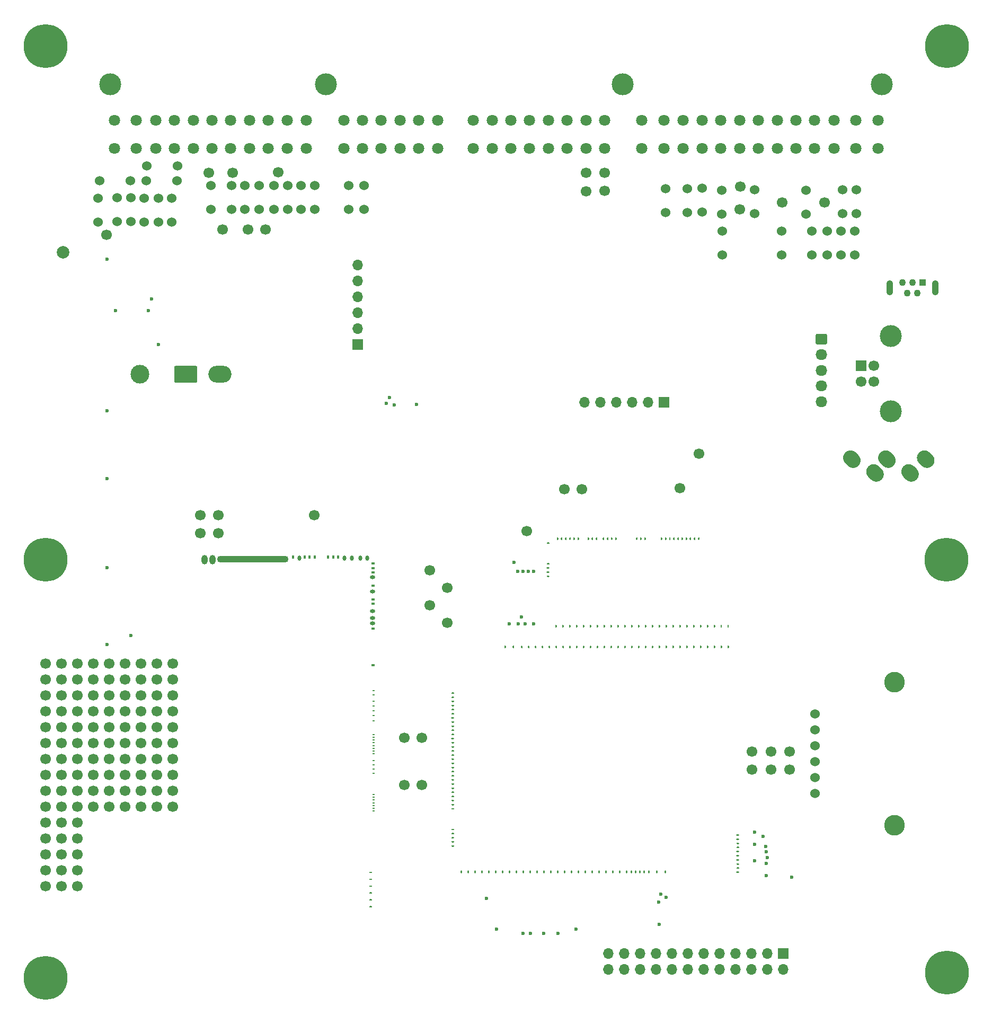
<source format=gbs>
G04 #@! TF.GenerationSoftware,KiCad,Pcbnew,(5.99.0-10559-g8513ca974c)*
G04 #@! TF.CreationDate,2021-09-13T21:16:51+03:00*
G04 #@! TF.ProjectId,hellen64_NB1,68656c6c-656e-4363-945f-4e42312e6b69,b*
G04 #@! TF.SameCoordinates,PX141ef50PYa2cc1bc*
G04 #@! TF.FileFunction,Soldermask,Bot*
G04 #@! TF.FilePolarity,Negative*
%FSLAX46Y46*%
G04 Gerber Fmt 4.6, Leading zero omitted, Abs format (unit mm)*
G04 Created by KiCad (PCBNEW (5.99.0-10559-g8513ca974c)) date 2021-09-13 21:16:51*
%MOMM*%
%LPD*%
G01*
G04 APERTURE LIST*
%ADD10C,0.599999*%
%ADD11C,1.524000*%
%ADD12C,1.700000*%
%ADD13R,1.700000X1.700000*%
%ADD14O,1.700000X1.700000*%
%ADD15O,1.000001X1.500000*%
%ADD16O,11.400000X1.100000*%
%ADD17O,0.399999X0.599999*%
%ADD18O,0.599999X0.800001*%
%ADD19O,0.599999X0.399999*%
%ADD20O,0.800001X0.599999*%
%ADD21O,0.399999X0.200000*%
%ADD22C,3.500120*%
%ADD23C,1.800000*%
%ADD24R,1.100000X1.100000*%
%ADD25C,1.100000*%
%ADD26O,1.100000X2.400000*%
%ADD27C,3.500000*%
%ADD28C,3.302000*%
%ADD29C,7.000000*%
%ADD30C,3.000000*%
%ADD31O,3.700000X2.700000*%
%ADD32C,0.600000*%
%ADD33O,1.850000X1.700000*%
%ADD34C,2.000000*%
G04 APERTURE END LIST*
D10*
G04 #@! TO.C,M4*
X75468535Y17795040D03*
X77043549Y12890031D03*
X89747567Y12899094D03*
X81268539Y12220030D03*
X82443543Y12220030D03*
X84618537Y12220030D03*
X86843539Y12220030D03*
G04 #@! TD*
D11*
G04 #@! TO.C,R8*
X127450000Y120595000D03*
X127450000Y124405000D03*
G04 #@! TD*
G04 #@! TO.C,R32*
X48024428Y127825340D03*
X48024428Y131635340D03*
G04 #@! TD*
D12*
G04 #@! TO.C,P5*
X62302380Y35910220D03*
G04 #@! TD*
G04 #@! TO.C,P6*
X62302380Y43412400D03*
G04 #@! TD*
G04 #@! TO.C,P47*
X40126680Y124605340D03*
G04 #@! TD*
D13*
G04 #@! TO.C,J27*
X103851680Y97005340D03*
D14*
X101311680Y97005340D03*
X98771680Y97005340D03*
X96231680Y97005340D03*
X93691680Y97005340D03*
X91151680Y97005340D03*
G04 #@! TD*
D12*
G04 #@! TO.C,P19*
X115951680Y127855340D03*
G04 #@! TD*
G04 #@! TO.C,G4*
X20210000Y45097322D03*
X20210000Y47637322D03*
X20210000Y50177322D03*
X20210000Y52717322D03*
X20210000Y55257322D03*
X22750000Y45097322D03*
X22750000Y47637322D03*
X22750000Y50177322D03*
X22750000Y52717322D03*
X22750000Y55257322D03*
X25290000Y45097322D03*
X25290000Y47637322D03*
X25290000Y50177322D03*
X25290000Y52717322D03*
X25290000Y55257322D03*
G04 #@! TD*
G04 #@! TO.C,P10*
X91401680Y130755340D03*
G04 #@! TD*
D11*
G04 #@! TO.C,R21*
X55876680Y127800319D03*
X55876680Y131610319D03*
G04 #@! TD*
D12*
G04 #@! TO.C,P12*
X29701680Y79005340D03*
G04 #@! TD*
G04 #@! TO.C,G12*
X12590000Y32397322D03*
X12590000Y34937322D03*
X12590000Y37477322D03*
X12590000Y40017322D03*
X12590000Y42557322D03*
X15130000Y32397322D03*
X15130000Y34937322D03*
X15130000Y37477322D03*
X15130000Y40017322D03*
X15130000Y42557322D03*
X17670000Y32397322D03*
X17670000Y34937322D03*
X17670000Y37477322D03*
X17670000Y40017322D03*
X17670000Y42557322D03*
G04 #@! TD*
D15*
G04 #@! TO.C,M5*
X30414997Y71843006D03*
X31670862Y71843006D03*
D16*
X38114997Y71968007D03*
D17*
X44564989Y72268006D03*
D18*
X45540001Y72168001D03*
D17*
X46409758Y72268006D03*
X47139995Y72268006D03*
X48034758Y72268006D03*
X50109758Y72268006D03*
X51009754Y72268006D03*
X51719996Y72268006D03*
D18*
X52739997Y72168006D03*
X53914996Y72168006D03*
X55264995Y72168006D03*
X56439994Y72168006D03*
D19*
X57339995Y71237767D03*
X57339995Y70543008D03*
X57339995Y69862768D03*
D20*
X57244997Y69043006D03*
D19*
X57339995Y67737769D03*
D20*
X57244997Y66768004D03*
D19*
X57339995Y65493006D03*
X57339995Y64843004D03*
D20*
X57244997Y63643004D03*
X57244997Y62568000D03*
X57244997Y61692998D03*
D19*
X57339995Y60868006D03*
X57339995Y55018005D03*
D21*
X57444996Y50963035D03*
X57444996Y50303033D03*
X57444996Y49243005D03*
X57444996Y48538920D03*
X57444996Y47738881D03*
X57444996Y46938842D03*
X57444996Y46143006D03*
X57444996Y43948004D03*
X57444996Y43508005D03*
X57444996Y43068006D03*
X57444996Y42628004D03*
X57444996Y42188005D03*
X57444996Y41748006D03*
X57444996Y41308004D03*
X57444996Y40868005D03*
X57444996Y39743034D03*
X57444996Y39083036D03*
X57444996Y38423034D03*
X57444996Y37763036D03*
X57444996Y34358006D03*
X57444996Y33918007D03*
X57444996Y33478005D03*
X57444996Y33038006D03*
X57444996Y32598007D03*
X57444996Y32158005D03*
X57444996Y31718006D03*
G04 #@! TD*
D11*
G04 #@! TO.C,R36*
X31401680Y127825340D03*
X31401680Y131635340D03*
G04 #@! TD*
G04 #@! TO.C,R48*
X113076680Y127100319D03*
X113076680Y130910319D03*
G04 #@! TD*
D12*
G04 #@! TO.C,P15*
X91401680Y133680340D03*
G04 #@! TD*
D11*
G04 #@! TO.C,R24*
X113126680Y120550340D03*
X113126680Y124360340D03*
G04 #@! TD*
G04 #@! TO.C,R33*
X43701680Y127825340D03*
X43701680Y131635340D03*
G04 #@! TD*
G04 #@! TO.C,R42*
X13391221Y125804438D03*
X13391221Y129614438D03*
G04 #@! TD*
D22*
G04 #@! TO.C,P2*
X138640980Y147779760D03*
X15340980Y147779760D03*
X49790980Y147779760D03*
X97190980Y147779760D03*
D23*
X15990980Y137579120D03*
X19488560Y137579120D03*
X22589900Y137579120D03*
X25589640Y137579120D03*
X28589380Y137579120D03*
X31589120Y137579120D03*
X34588860Y137579120D03*
X37588600Y137579120D03*
X40588340Y137579120D03*
X43588080Y137579120D03*
X46689420Y137579120D03*
X15990980Y142080000D03*
X19488560Y142080000D03*
X22589900Y142080000D03*
X25589640Y142080000D03*
X28589380Y142080000D03*
X31589120Y142080000D03*
X34588860Y142080000D03*
X37588600Y142080000D03*
X40588340Y142080000D03*
X43588080Y142080000D03*
X46689420Y142080000D03*
X73340980Y137579120D03*
X76340720Y137579120D03*
X79340460Y137579120D03*
X82340200Y137579120D03*
X85342480Y137579120D03*
X88342220Y137579120D03*
X91341960Y137579120D03*
X94341700Y137579120D03*
X73340980Y142080000D03*
X76340720Y142080000D03*
X79340460Y142080000D03*
X82340200Y142080000D03*
X85342480Y142080000D03*
X88342220Y142080000D03*
X91341960Y142080000D03*
X94341700Y142080000D03*
X100287840Y137579120D03*
X103787960Y137579120D03*
X106891840Y137579120D03*
X109891580Y137579120D03*
X112891320Y137579120D03*
X115891060Y137579120D03*
X118890800Y137579120D03*
X121890540Y137579120D03*
X124890280Y137579120D03*
X127890020Y137579120D03*
X130991360Y137579120D03*
X134491480Y137579120D03*
X137991600Y137579120D03*
X100287840Y142080000D03*
X103787960Y142080000D03*
X106891840Y142080000D03*
X109891580Y142080000D03*
X112891320Y142080000D03*
X115891060Y142080000D03*
X118890800Y142080000D03*
X121890540Y142080000D03*
X124890280Y142080000D03*
X127890020Y142080000D03*
X130991360Y142080000D03*
X134491480Y142080000D03*
X137991600Y142080000D03*
X52640980Y137579120D03*
X55640720Y137579120D03*
X58640460Y137579120D03*
X61640200Y137579120D03*
X64642480Y137579120D03*
X67642220Y137579120D03*
X52640980Y142080000D03*
X55640720Y142080000D03*
X58640460Y142080000D03*
X61640200Y142080000D03*
X64642480Y142080000D03*
X67642220Y142080000D03*
G04 #@! TD*
D12*
G04 #@! TO.C,P56*
X42200000Y133780340D03*
G04 #@! TD*
G04 #@! TO.C,P52*
X129494479Y128900000D03*
G04 #@! TD*
G04 #@! TO.C,P44*
X90726680Y83130340D03*
G04 #@! TD*
G04 #@! TO.C,P13*
X32601680Y76105340D03*
G04 #@! TD*
G04 #@! TO.C,P29*
X120901680Y41205340D03*
G04 #@! TD*
D11*
G04 #@! TO.C,R43*
X53426680Y127825340D03*
X53426680Y131635340D03*
G04 #@! TD*
D24*
G04 #@! TO.C,J1*
X145101680Y116180340D03*
D25*
X144301680Y114430340D03*
X143501680Y116180340D03*
X142701680Y114430340D03*
X141901680Y116180340D03*
D26*
X147151680Y115305340D03*
X139851680Y115305340D03*
G04 #@! TD*
D13*
G04 #@! TO.C,J6*
X54901680Y106280340D03*
D14*
X54901680Y108820340D03*
X54901680Y111360340D03*
X54901680Y113900340D03*
X54901680Y116440340D03*
X54901680Y118980340D03*
G04 #@! TD*
D12*
G04 #@! TO.C,P30*
X120901680Y38370220D03*
G04 #@! TD*
D13*
G04 #@! TO.C,J5*
X135316680Y102855340D03*
D12*
X135316680Y100355340D03*
X137316680Y100355340D03*
X137316680Y102855340D03*
D27*
X140026680Y95585340D03*
X140026680Y107625340D03*
G04 #@! TD*
D12*
G04 #@! TO.C,P4*
X65112640Y43410220D03*
G04 #@! TD*
G04 #@! TO.C,P25*
X123901680Y38370220D03*
G04 #@! TD*
D10*
G04 #@! TO.C,M8*
X59459042Y96874902D03*
X59984042Y97749904D03*
X60734040Y96574900D03*
X64284041Y96649903D03*
G04 #@! TD*
D28*
G04 #@! TO.C,U2*
X140601680Y52290340D03*
X140601680Y29430340D03*
D11*
X127901680Y47210340D03*
X127901680Y44670340D03*
X127901680Y42130340D03*
X127901680Y39590340D03*
X127901680Y37050340D03*
X127901680Y34510340D03*
G04 #@! TD*
G04 #@! TO.C,R17*
X132376680Y130951040D03*
X132376680Y127141040D03*
G04 #@! TD*
D12*
G04 #@! TO.C,G6*
X4970000Y45097322D03*
X4970000Y47637322D03*
X4970000Y50177322D03*
X4970000Y52717322D03*
X4970000Y55257322D03*
X7510000Y45097322D03*
X7510000Y47637322D03*
X7510000Y50177322D03*
X7510000Y52717322D03*
X7510000Y55257322D03*
X10050000Y45097322D03*
X10050000Y47637322D03*
X10050000Y50177322D03*
X10050000Y52717322D03*
X10050000Y55257322D03*
G04 #@! TD*
G04 #@! TO.C,P55*
X116026680Y131505340D03*
G04 #@! TD*
G04 #@! TO.C,P17*
X69201680Y61805340D03*
G04 #@! TD*
D10*
G04 #@! TO.C,M13*
X103293541Y18453558D03*
X104168543Y17928558D03*
X102993539Y17178560D03*
X103068542Y13628559D03*
G04 #@! TD*
D12*
G04 #@! TO.C,P11*
X29701680Y76105340D03*
G04 #@! TD*
G04 #@! TO.C,P50*
X31051680Y133705340D03*
G04 #@! TD*
D11*
G04 #@! TO.C,R40*
X23041221Y125799438D03*
X23041221Y129609438D03*
G04 #@! TD*
D29*
G04 #@! TO.C,J13*
X5000000Y5100000D03*
G04 #@! TD*
G04 #@! TO.C,M7*
G36*
G01*
X56804044Y22044216D02*
X57054042Y22044216D01*
G75*
G02*
X57179042Y21919216I0J-125000D01*
G01*
X57179042Y21919216D01*
G75*
G02*
X57054042Y21794216I-125000J0D01*
G01*
X56804044Y21794216D01*
G75*
G02*
X56679044Y21919216I0J125000D01*
G01*
X56679044Y21919216D01*
G75*
G02*
X56804044Y22044216I125000J0D01*
G01*
G37*
G36*
G01*
X56804044Y20944218D02*
X57054042Y20944218D01*
G75*
G02*
X57179042Y20819218I0J-125000D01*
G01*
X57179042Y20819218D01*
G75*
G02*
X57054042Y20694218I-125000J0D01*
G01*
X56804044Y20694218D01*
G75*
G02*
X56679044Y20819218I0J125000D01*
G01*
X56679044Y20819218D01*
G75*
G02*
X56804044Y20944218I125000J0D01*
G01*
G37*
G36*
G01*
X56804044Y19844220D02*
X57054042Y19844220D01*
G75*
G02*
X57179042Y19719220I0J-125000D01*
G01*
X57179042Y19719220D01*
G75*
G02*
X57054042Y19594220I-125000J0D01*
G01*
X56804044Y19594220D01*
G75*
G02*
X56679044Y19719220I0J125000D01*
G01*
X56679044Y19719220D01*
G75*
G02*
X56804044Y19844220I125000J0D01*
G01*
G37*
G36*
G01*
X56804044Y18744222D02*
X57054042Y18744222D01*
G75*
G02*
X57179042Y18619222I0J-125000D01*
G01*
X57179042Y18619222D01*
G75*
G02*
X57054042Y18494222I-125000J0D01*
G01*
X56804044Y18494222D01*
G75*
G02*
X56679044Y18619222I0J125000D01*
G01*
X56679044Y18619222D01*
G75*
G02*
X56804044Y18744222I125000J0D01*
G01*
G37*
G36*
G01*
X56804044Y17644224D02*
X57054042Y17644224D01*
G75*
G02*
X57179042Y17519224I0J-125000D01*
G01*
X57179042Y17519224D01*
G75*
G02*
X57054042Y17394224I-125000J0D01*
G01*
X56804044Y17394224D01*
G75*
G02*
X56679044Y17519224I0J125000D01*
G01*
X56679044Y17519224D01*
G75*
G02*
X56804044Y17644224I125000J0D01*
G01*
G37*
G36*
G01*
X56804044Y16544227D02*
X57054042Y16544227D01*
G75*
G02*
X57179042Y16419227I0J-125000D01*
G01*
X57179042Y16419227D01*
G75*
G02*
X57054042Y16294227I-125000J0D01*
G01*
X56804044Y16294227D01*
G75*
G02*
X56679044Y16419227I0J125000D01*
G01*
X56679044Y16419227D01*
G75*
G02*
X56804044Y16544227I125000J0D01*
G01*
G37*
G04 #@! TD*
D12*
G04 #@! TO.C,P28*
X81913040Y76406220D03*
G04 #@! TD*
G04 #@! TO.C,P24*
X123901680Y41205340D03*
G04 #@! TD*
G04 #@! TO.C,P8*
X94301680Y130805340D03*
G04 #@! TD*
G04 #@! TO.C,G9*
X4970000Y19697322D03*
X4970000Y22237322D03*
X4970000Y24777322D03*
X4970000Y27317322D03*
X4970000Y29857322D03*
X7510000Y19697322D03*
X7510000Y22237322D03*
X7510000Y24777322D03*
X7510000Y27317322D03*
X7510000Y29857322D03*
X10050000Y19697322D03*
X10050000Y22237322D03*
X10050000Y24777322D03*
X10050000Y27317322D03*
X10050000Y29857322D03*
G04 #@! TD*
G04 #@! TO.C,M1*
G36*
G01*
X85162638Y69351817D02*
X85412638Y69351817D01*
G75*
G02*
X85537638Y69226817I0J-125000D01*
G01*
X85537638Y69226817D01*
G75*
G02*
X85412638Y69101817I-125000J0D01*
G01*
X85162638Y69101817D01*
G75*
G02*
X85037638Y69226817I0J125000D01*
G01*
X85037638Y69226817D01*
G75*
G02*
X85162638Y69351817I125000J0D01*
G01*
G37*
G36*
G01*
X85162638Y70011818D02*
X85412638Y70011818D01*
G75*
G02*
X85537638Y69886818I0J-125000D01*
G01*
X85537638Y69886818D01*
G75*
G02*
X85412638Y69761818I-125000J0D01*
G01*
X85162638Y69761818D01*
G75*
G02*
X85037638Y69886818I0J125000D01*
G01*
X85037638Y69886818D01*
G75*
G02*
X85162638Y70011818I125000J0D01*
G01*
G37*
G36*
G01*
X85162638Y70671819D02*
X85412638Y70671819D01*
G75*
G02*
X85537638Y70546819I0J-125000D01*
G01*
X85537638Y70546819D01*
G75*
G02*
X85412638Y70421819I-125000J0D01*
G01*
X85162638Y70421819D01*
G75*
G02*
X85037638Y70546819I0J125000D01*
G01*
X85037638Y70546819D01*
G75*
G02*
X85162638Y70671819I125000J0D01*
G01*
G37*
G36*
G01*
X85162638Y71331820D02*
X85412638Y71331820D01*
G75*
G02*
X85537638Y71206820I0J-125000D01*
G01*
X85537638Y71206820D01*
G75*
G02*
X85412638Y71081820I-125000J0D01*
G01*
X85162638Y71081820D01*
G75*
G02*
X85037638Y71206820I0J125000D01*
G01*
X85037638Y71206820D01*
G75*
G02*
X85162638Y71331820I125000J0D01*
G01*
G37*
G36*
G01*
X85162638Y74631827D02*
X85412638Y74631827D01*
G75*
G02*
X85537638Y74506827I0J-125000D01*
G01*
X85537638Y74506827D01*
G75*
G02*
X85412638Y74381827I-125000J0D01*
G01*
X85162638Y74381827D01*
G75*
G02*
X85037638Y74506827I0J125000D01*
G01*
X85037638Y74506827D01*
G75*
G02*
X85162638Y74631827I125000J0D01*
G01*
G37*
G36*
G01*
X113932640Y61133024D02*
X113932640Y61383024D01*
G75*
G02*
X114057640Y61508024I125000J0D01*
G01*
X114057640Y61508024D01*
G75*
G02*
X114182640Y61383024I0J-125000D01*
G01*
X114182640Y61133024D01*
G75*
G02*
X114057640Y61008024I-125000J0D01*
G01*
X114057640Y61008024D01*
G75*
G02*
X113932640Y61133024I0J125000D01*
G01*
G37*
G36*
G01*
X113082636Y61383024D02*
X113082636Y61133024D01*
G75*
G02*
X112957636Y61008024I-125000J0D01*
G01*
X112957636Y61008024D01*
G75*
G02*
X112832636Y61133024I0J125000D01*
G01*
X112832636Y61383024D01*
G75*
G02*
X112957636Y61508024I125000J0D01*
G01*
X112957636Y61508024D01*
G75*
G02*
X113082636Y61383024I0J-125000D01*
G01*
G37*
G36*
G01*
X111982635Y61383024D02*
X111982635Y61133024D01*
G75*
G02*
X111857635Y61008024I-125000J0D01*
G01*
X111857635Y61008024D01*
G75*
G02*
X111732635Y61133024I0J125000D01*
G01*
X111732635Y61383024D01*
G75*
G02*
X111857635Y61508024I125000J0D01*
G01*
X111857635Y61508024D01*
G75*
G02*
X111982635Y61383024I0J-125000D01*
G01*
G37*
G36*
G01*
X110882638Y61383024D02*
X110882638Y61133024D01*
G75*
G02*
X110757638Y61008024I-125000J0D01*
G01*
X110757638Y61008024D01*
G75*
G02*
X110632638Y61133024I0J125000D01*
G01*
X110632638Y61383024D01*
G75*
G02*
X110757638Y61508024I125000J0D01*
G01*
X110757638Y61508024D01*
G75*
G02*
X110882638Y61383024I0J-125000D01*
G01*
G37*
G36*
G01*
X109782640Y61383024D02*
X109782640Y61133024D01*
G75*
G02*
X109657640Y61008024I-125000J0D01*
G01*
X109657640Y61008024D01*
G75*
G02*
X109532640Y61133024I0J125000D01*
G01*
X109532640Y61383024D01*
G75*
G02*
X109657640Y61508024I125000J0D01*
G01*
X109657640Y61508024D01*
G75*
G02*
X109782640Y61383024I0J-125000D01*
G01*
G37*
G36*
G01*
X108682642Y61383024D02*
X108682642Y61133024D01*
G75*
G02*
X108557642Y61008024I-125000J0D01*
G01*
X108557642Y61008024D01*
G75*
G02*
X108432642Y61133024I0J125000D01*
G01*
X108432642Y61383024D01*
G75*
G02*
X108557642Y61508024I125000J0D01*
G01*
X108557642Y61508024D01*
G75*
G02*
X108682642Y61383024I0J-125000D01*
G01*
G37*
G36*
G01*
X107582644Y61383024D02*
X107582644Y61133024D01*
G75*
G02*
X107457644Y61008024I-125000J0D01*
G01*
X107457644Y61008024D01*
G75*
G02*
X107332644Y61133024I0J125000D01*
G01*
X107332644Y61383024D01*
G75*
G02*
X107457644Y61508024I125000J0D01*
G01*
X107457644Y61508024D01*
G75*
G02*
X107582644Y61383024I0J-125000D01*
G01*
G37*
G36*
G01*
X106482646Y61383024D02*
X106482646Y61133024D01*
G75*
G02*
X106357646Y61008024I-125000J0D01*
G01*
X106357646Y61008024D01*
G75*
G02*
X106232646Y61133024I0J125000D01*
G01*
X106232646Y61383024D01*
G75*
G02*
X106357646Y61508024I125000J0D01*
G01*
X106357646Y61508024D01*
G75*
G02*
X106482646Y61383024I0J-125000D01*
G01*
G37*
G36*
G01*
X105382649Y61383024D02*
X105382649Y61133024D01*
G75*
G02*
X105257649Y61008024I-125000J0D01*
G01*
X105257649Y61008024D01*
G75*
G02*
X105132649Y61133024I0J125000D01*
G01*
X105132649Y61383024D01*
G75*
G02*
X105257649Y61508024I125000J0D01*
G01*
X105257649Y61508024D01*
G75*
G02*
X105382649Y61383024I0J-125000D01*
G01*
G37*
G36*
G01*
X104282651Y61383024D02*
X104282651Y61133024D01*
G75*
G02*
X104157651Y61008024I-125000J0D01*
G01*
X104157651Y61008024D01*
G75*
G02*
X104032651Y61133024I0J125000D01*
G01*
X104032651Y61383024D01*
G75*
G02*
X104157651Y61508024I125000J0D01*
G01*
X104157651Y61508024D01*
G75*
G02*
X104282651Y61383024I0J-125000D01*
G01*
G37*
G36*
G01*
X103182653Y61383024D02*
X103182653Y61133024D01*
G75*
G02*
X103057653Y61008024I-125000J0D01*
G01*
X103057653Y61008024D01*
G75*
G02*
X102932653Y61133024I0J125000D01*
G01*
X102932653Y61383024D01*
G75*
G02*
X103057653Y61508024I125000J0D01*
G01*
X103057653Y61508024D01*
G75*
G02*
X103182653Y61383024I0J-125000D01*
G01*
G37*
G36*
G01*
X102082655Y61383024D02*
X102082655Y61133024D01*
G75*
G02*
X101957655Y61008024I-125000J0D01*
G01*
X101957655Y61008024D01*
G75*
G02*
X101832655Y61133024I0J125000D01*
G01*
X101832655Y61383024D01*
G75*
G02*
X101957655Y61508024I125000J0D01*
G01*
X101957655Y61508024D01*
G75*
G02*
X102082655Y61383024I0J-125000D01*
G01*
G37*
G36*
G01*
X100982657Y61383024D02*
X100982657Y61133024D01*
G75*
G02*
X100857657Y61008024I-125000J0D01*
G01*
X100857657Y61008024D01*
G75*
G02*
X100732657Y61133024I0J125000D01*
G01*
X100732657Y61383024D01*
G75*
G02*
X100857657Y61508024I125000J0D01*
G01*
X100857657Y61508024D01*
G75*
G02*
X100982657Y61383024I0J-125000D01*
G01*
G37*
G36*
G01*
X99882660Y61383024D02*
X99882660Y61133024D01*
G75*
G02*
X99757660Y61008024I-125000J0D01*
G01*
X99757660Y61008024D01*
G75*
G02*
X99632660Y61133024I0J125000D01*
G01*
X99632660Y61383024D01*
G75*
G02*
X99757660Y61508024I125000J0D01*
G01*
X99757660Y61508024D01*
G75*
G02*
X99882660Y61383024I0J-125000D01*
G01*
G37*
G36*
G01*
X98782662Y61383024D02*
X98782662Y61133024D01*
G75*
G02*
X98657662Y61008024I-125000J0D01*
G01*
X98657662Y61008024D01*
G75*
G02*
X98532662Y61133024I0J125000D01*
G01*
X98532662Y61383024D01*
G75*
G02*
X98657662Y61508024I125000J0D01*
G01*
X98657662Y61508024D01*
G75*
G02*
X98782662Y61383024I0J-125000D01*
G01*
G37*
G36*
G01*
X97682664Y61383024D02*
X97682664Y61133024D01*
G75*
G02*
X97557664Y61008024I-125000J0D01*
G01*
X97557664Y61008024D01*
G75*
G02*
X97432664Y61133024I0J125000D01*
G01*
X97432664Y61383024D01*
G75*
G02*
X97557664Y61508024I125000J0D01*
G01*
X97557664Y61508024D01*
G75*
G02*
X97682664Y61383024I0J-125000D01*
G01*
G37*
G36*
G01*
X96582666Y61383024D02*
X96582666Y61133024D01*
G75*
G02*
X96457666Y61008024I-125000J0D01*
G01*
X96457666Y61008024D01*
G75*
G02*
X96332666Y61133024I0J125000D01*
G01*
X96332666Y61383024D01*
G75*
G02*
X96457666Y61508024I125000J0D01*
G01*
X96457666Y61508024D01*
G75*
G02*
X96582666Y61383024I0J-125000D01*
G01*
G37*
G36*
G01*
X95482668Y61383024D02*
X95482668Y61133024D01*
G75*
G02*
X95357668Y61008024I-125000J0D01*
G01*
X95357668Y61008024D01*
G75*
G02*
X95232668Y61133024I0J125000D01*
G01*
X95232668Y61383024D01*
G75*
G02*
X95357668Y61508024I125000J0D01*
G01*
X95357668Y61508024D01*
G75*
G02*
X95482668Y61383024I0J-125000D01*
G01*
G37*
G36*
G01*
X94382671Y61383024D02*
X94382671Y61133024D01*
G75*
G02*
X94257671Y61008024I-125000J0D01*
G01*
X94257671Y61008024D01*
G75*
G02*
X94132671Y61133024I0J125000D01*
G01*
X94132671Y61383024D01*
G75*
G02*
X94257671Y61508024I125000J0D01*
G01*
X94257671Y61508024D01*
G75*
G02*
X94382671Y61383024I0J-125000D01*
G01*
G37*
G36*
G01*
X93282673Y61383024D02*
X93282673Y61133024D01*
G75*
G02*
X93157673Y61008024I-125000J0D01*
G01*
X93157673Y61008024D01*
G75*
G02*
X93032673Y61133024I0J125000D01*
G01*
X93032673Y61383024D01*
G75*
G02*
X93157673Y61508024I125000J0D01*
G01*
X93157673Y61508024D01*
G75*
G02*
X93282673Y61383024I0J-125000D01*
G01*
G37*
G36*
G01*
X92182675Y61383024D02*
X92182675Y61133024D01*
G75*
G02*
X92057675Y61008024I-125000J0D01*
G01*
X92057675Y61008024D01*
G75*
G02*
X91932675Y61133024I0J125000D01*
G01*
X91932675Y61383024D01*
G75*
G02*
X92057675Y61508024I125000J0D01*
G01*
X92057675Y61508024D01*
G75*
G02*
X92182675Y61383024I0J-125000D01*
G01*
G37*
G36*
G01*
X91082677Y61383024D02*
X91082677Y61133024D01*
G75*
G02*
X90957677Y61008024I-125000J0D01*
G01*
X90957677Y61008024D01*
G75*
G02*
X90832677Y61133024I0J125000D01*
G01*
X90832677Y61383024D01*
G75*
G02*
X90957677Y61508024I125000J0D01*
G01*
X90957677Y61508024D01*
G75*
G02*
X91082677Y61383024I0J-125000D01*
G01*
G37*
G36*
G01*
X89982679Y61383024D02*
X89982679Y61133024D01*
G75*
G02*
X89857679Y61008024I-125000J0D01*
G01*
X89857679Y61008024D01*
G75*
G02*
X89732679Y61133024I0J125000D01*
G01*
X89732679Y61383024D01*
G75*
G02*
X89857679Y61508024I125000J0D01*
G01*
X89857679Y61508024D01*
G75*
G02*
X89982679Y61383024I0J-125000D01*
G01*
G37*
G36*
G01*
X88882682Y61383024D02*
X88882682Y61133024D01*
G75*
G02*
X88757682Y61008024I-125000J0D01*
G01*
X88757682Y61008024D01*
G75*
G02*
X88632682Y61133024I0J125000D01*
G01*
X88632682Y61383024D01*
G75*
G02*
X88757682Y61508024I125000J0D01*
G01*
X88757682Y61508024D01*
G75*
G02*
X88882682Y61383024I0J-125000D01*
G01*
G37*
G36*
G01*
X87782684Y61383024D02*
X87782684Y61133024D01*
G75*
G02*
X87657684Y61008024I-125000J0D01*
G01*
X87657684Y61008024D01*
G75*
G02*
X87532684Y61133024I0J125000D01*
G01*
X87532684Y61383024D01*
G75*
G02*
X87657684Y61508024I125000J0D01*
G01*
X87657684Y61508024D01*
G75*
G02*
X87782684Y61383024I0J-125000D01*
G01*
G37*
G36*
G01*
X86682686Y61383024D02*
X86682686Y61133024D01*
G75*
G02*
X86557686Y61008024I-125000J0D01*
G01*
X86557686Y61008024D01*
G75*
G02*
X86432686Y61133024I0J125000D01*
G01*
X86432686Y61383024D01*
G75*
G02*
X86557686Y61508024I125000J0D01*
G01*
X86557686Y61508024D01*
G75*
G02*
X86682686Y61383024I0J-125000D01*
G01*
G37*
G36*
G01*
X86933630Y75345023D02*
X86933630Y75095023D01*
G75*
G02*
X86808630Y74970023I-125000J0D01*
G01*
X86808630Y74970023D01*
G75*
G02*
X86683630Y75095023I0J125000D01*
G01*
X86683630Y75345023D01*
G75*
G02*
X86808630Y75470023I125000J0D01*
G01*
X86808630Y75470023D01*
G75*
G02*
X86933630Y75345023I0J-125000D01*
G01*
G37*
G36*
G01*
X87593632Y75345023D02*
X87593632Y75095023D01*
G75*
G02*
X87468632Y74970023I-125000J0D01*
G01*
X87468632Y74970023D01*
G75*
G02*
X87343632Y75095023I0J125000D01*
G01*
X87343632Y75345023D01*
G75*
G02*
X87468632Y75470023I125000J0D01*
G01*
X87468632Y75470023D01*
G75*
G02*
X87593632Y75345023I0J-125000D01*
G01*
G37*
G36*
G01*
X88253633Y75345023D02*
X88253633Y75095023D01*
G75*
G02*
X88128633Y74970023I-125000J0D01*
G01*
X88128633Y74970023D01*
G75*
G02*
X88003633Y75095023I0J125000D01*
G01*
X88003633Y75345023D01*
G75*
G02*
X88128633Y75470023I125000J0D01*
G01*
X88128633Y75470023D01*
G75*
G02*
X88253633Y75345023I0J-125000D01*
G01*
G37*
G36*
G01*
X88913634Y75345023D02*
X88913634Y75095023D01*
G75*
G02*
X88788634Y74970023I-125000J0D01*
G01*
X88788634Y74970023D01*
G75*
G02*
X88663634Y75095023I0J125000D01*
G01*
X88663634Y75345023D01*
G75*
G02*
X88788634Y75470023I125000J0D01*
G01*
X88788634Y75470023D01*
G75*
G02*
X88913634Y75345023I0J-125000D01*
G01*
G37*
G36*
G01*
X89573635Y75345023D02*
X89573635Y75095023D01*
G75*
G02*
X89448635Y74970023I-125000J0D01*
G01*
X89448635Y74970023D01*
G75*
G02*
X89323635Y75095023I0J125000D01*
G01*
X89323635Y75345023D01*
G75*
G02*
X89448635Y75470023I125000J0D01*
G01*
X89448635Y75470023D01*
G75*
G02*
X89573635Y75345023I0J-125000D01*
G01*
G37*
G36*
G01*
X90233637Y75345023D02*
X90233637Y75095023D01*
G75*
G02*
X90108637Y74970023I-125000J0D01*
G01*
X90108637Y74970023D01*
G75*
G02*
X89983637Y75095023I0J125000D01*
G01*
X89983637Y75345023D01*
G75*
G02*
X90108637Y75470023I125000J0D01*
G01*
X90108637Y75470023D01*
G75*
G02*
X90233637Y75345023I0J-125000D01*
G01*
G37*
G36*
G01*
X91834634Y75345023D02*
X91834634Y75095023D01*
G75*
G02*
X91709634Y74970023I-125000J0D01*
G01*
X91709634Y74970023D01*
G75*
G02*
X91584634Y75095023I0J125000D01*
G01*
X91584634Y75345023D01*
G75*
G02*
X91709634Y75470023I125000J0D01*
G01*
X91709634Y75470023D01*
G75*
G02*
X91834634Y75345023I0J-125000D01*
G01*
G37*
G36*
G01*
X92494635Y75345023D02*
X92494635Y75095023D01*
G75*
G02*
X92369635Y74970023I-125000J0D01*
G01*
X92369635Y74970023D01*
G75*
G02*
X92244635Y75095023I0J125000D01*
G01*
X92244635Y75345023D01*
G75*
G02*
X92369635Y75470023I125000J0D01*
G01*
X92369635Y75470023D01*
G75*
G02*
X92494635Y75345023I0J-125000D01*
G01*
G37*
G36*
G01*
X93154637Y75345023D02*
X93154637Y75095023D01*
G75*
G02*
X93029637Y74970023I-125000J0D01*
G01*
X93029637Y74970023D01*
G75*
G02*
X92904637Y75095023I0J125000D01*
G01*
X92904637Y75345023D01*
G75*
G02*
X93029637Y75470023I125000J0D01*
G01*
X93029637Y75470023D01*
G75*
G02*
X93154637Y75345023I0J-125000D01*
G01*
G37*
G36*
G01*
X94275536Y75345023D02*
X94275536Y75095023D01*
G75*
G02*
X94150536Y74970023I-125000J0D01*
G01*
X94150536Y74970023D01*
G75*
G02*
X94025536Y75095023I0J125000D01*
G01*
X94025536Y75345023D01*
G75*
G02*
X94150536Y75470023I125000J0D01*
G01*
X94150536Y75470023D01*
G75*
G02*
X94275536Y75345023I0J-125000D01*
G01*
G37*
G36*
G01*
X94935537Y75345023D02*
X94935537Y75095023D01*
G75*
G02*
X94810537Y74970023I-125000J0D01*
G01*
X94810537Y74970023D01*
G75*
G02*
X94685537Y75095023I0J125000D01*
G01*
X94685537Y75345023D01*
G75*
G02*
X94810537Y75470023I125000J0D01*
G01*
X94810537Y75470023D01*
G75*
G02*
X94935537Y75345023I0J-125000D01*
G01*
G37*
G36*
G01*
X95595538Y75345023D02*
X95595538Y75095023D01*
G75*
G02*
X95470538Y74970023I-125000J0D01*
G01*
X95470538Y74970023D01*
G75*
G02*
X95345538Y75095023I0J125000D01*
G01*
X95345538Y75345023D01*
G75*
G02*
X95470538Y75470023I125000J0D01*
G01*
X95470538Y75470023D01*
G75*
G02*
X95595538Y75345023I0J-125000D01*
G01*
G37*
G36*
G01*
X96255540Y75345023D02*
X96255540Y75095023D01*
G75*
G02*
X96130540Y74970023I-125000J0D01*
G01*
X96130540Y74970023D01*
G75*
G02*
X96005540Y75095023I0J125000D01*
G01*
X96005540Y75345023D01*
G75*
G02*
X96130540Y75470023I125000J0D01*
G01*
X96130540Y75470023D01*
G75*
G02*
X96255540Y75345023I0J-125000D01*
G01*
G37*
G36*
G01*
X99581634Y75345023D02*
X99581634Y75095023D01*
G75*
G02*
X99456634Y74970023I-125000J0D01*
G01*
X99456634Y74970023D01*
G75*
G02*
X99331634Y75095023I0J125000D01*
G01*
X99331634Y75345023D01*
G75*
G02*
X99456634Y75470023I125000J0D01*
G01*
X99456634Y75470023D01*
G75*
G02*
X99581634Y75345023I0J-125000D01*
G01*
G37*
G36*
G01*
X100241635Y75345023D02*
X100241635Y75095023D01*
G75*
G02*
X100116635Y74970023I-125000J0D01*
G01*
X100116635Y74970023D01*
G75*
G02*
X99991635Y75095023I0J125000D01*
G01*
X99991635Y75345023D01*
G75*
G02*
X100116635Y75470023I125000J0D01*
G01*
X100116635Y75470023D01*
G75*
G02*
X100241635Y75345023I0J-125000D01*
G01*
G37*
G36*
G01*
X100901637Y75345023D02*
X100901637Y75095023D01*
G75*
G02*
X100776637Y74970023I-125000J0D01*
G01*
X100776637Y74970023D01*
G75*
G02*
X100651637Y75095023I0J125000D01*
G01*
X100651637Y75345023D01*
G75*
G02*
X100776637Y75470023I125000J0D01*
G01*
X100776637Y75470023D01*
G75*
G02*
X100901637Y75345023I0J-125000D01*
G01*
G37*
G36*
G01*
X103547628Y75345023D02*
X103547628Y75095023D01*
G75*
G02*
X103422628Y74970023I-125000J0D01*
G01*
X103422628Y74970023D01*
G75*
G02*
X103297628Y75095023I0J125000D01*
G01*
X103297628Y75345023D01*
G75*
G02*
X103422628Y75470023I125000J0D01*
G01*
X103422628Y75470023D01*
G75*
G02*
X103547628Y75345023I0J-125000D01*
G01*
G37*
G36*
G01*
X104207629Y75345023D02*
X104207629Y75095023D01*
G75*
G02*
X104082629Y74970023I-125000J0D01*
G01*
X104082629Y74970023D01*
G75*
G02*
X103957629Y75095023I0J125000D01*
G01*
X103957629Y75345023D01*
G75*
G02*
X104082629Y75470023I125000J0D01*
G01*
X104082629Y75470023D01*
G75*
G02*
X104207629Y75345023I0J-125000D01*
G01*
G37*
G36*
G01*
X104867631Y75345023D02*
X104867631Y75095023D01*
G75*
G02*
X104742631Y74970023I-125000J0D01*
G01*
X104742631Y74970023D01*
G75*
G02*
X104617631Y75095023I0J125000D01*
G01*
X104617631Y75345023D01*
G75*
G02*
X104742631Y75470023I125000J0D01*
G01*
X104742631Y75470023D01*
G75*
G02*
X104867631Y75345023I0J-125000D01*
G01*
G37*
G36*
G01*
X105527632Y75345023D02*
X105527632Y75095023D01*
G75*
G02*
X105402632Y74970023I-125000J0D01*
G01*
X105402632Y74970023D01*
G75*
G02*
X105277632Y75095023I0J125000D01*
G01*
X105277632Y75345023D01*
G75*
G02*
X105402632Y75470023I125000J0D01*
G01*
X105402632Y75470023D01*
G75*
G02*
X105527632Y75345023I0J-125000D01*
G01*
G37*
G36*
G01*
X106187633Y75345023D02*
X106187633Y75095023D01*
G75*
G02*
X106062633Y74970023I-125000J0D01*
G01*
X106062633Y74970023D01*
G75*
G02*
X105937633Y75095023I0J125000D01*
G01*
X105937633Y75345023D01*
G75*
G02*
X106062633Y75470023I125000J0D01*
G01*
X106062633Y75470023D01*
G75*
G02*
X106187633Y75345023I0J-125000D01*
G01*
G37*
G36*
G01*
X106847634Y75345023D02*
X106847634Y75095023D01*
G75*
G02*
X106722634Y74970023I-125000J0D01*
G01*
X106722634Y74970023D01*
G75*
G02*
X106597634Y75095023I0J125000D01*
G01*
X106597634Y75345023D01*
G75*
G02*
X106722634Y75470023I125000J0D01*
G01*
X106722634Y75470023D01*
G75*
G02*
X106847634Y75345023I0J-125000D01*
G01*
G37*
G36*
G01*
X107507636Y75345023D02*
X107507636Y75095023D01*
G75*
G02*
X107382636Y74970023I-125000J0D01*
G01*
X107382636Y74970023D01*
G75*
G02*
X107257636Y75095023I0J125000D01*
G01*
X107257636Y75345023D01*
G75*
G02*
X107382636Y75470023I125000J0D01*
G01*
X107382636Y75470023D01*
G75*
G02*
X107507636Y75345023I0J-125000D01*
G01*
G37*
G36*
G01*
X108167637Y75345023D02*
X108167637Y75095023D01*
G75*
G02*
X108042637Y74970023I-125000J0D01*
G01*
X108042637Y74970023D01*
G75*
G02*
X107917637Y75095023I0J125000D01*
G01*
X107917637Y75345023D01*
G75*
G02*
X108042637Y75470023I125000J0D01*
G01*
X108042637Y75470023D01*
G75*
G02*
X108167637Y75345023I0J-125000D01*
G01*
G37*
G36*
G01*
X108827638Y75345023D02*
X108827638Y75095023D01*
G75*
G02*
X108702638Y74970023I-125000J0D01*
G01*
X108702638Y74970023D01*
G75*
G02*
X108577638Y75095023I0J125000D01*
G01*
X108577638Y75345023D01*
G75*
G02*
X108702638Y75470023I125000J0D01*
G01*
X108702638Y75470023D01*
G75*
G02*
X108827638Y75345023I0J-125000D01*
G01*
G37*
G36*
G01*
X109487640Y75345023D02*
X109487640Y75095023D01*
G75*
G02*
X109362640Y74970023I-125000J0D01*
G01*
X109362640Y74970023D01*
G75*
G02*
X109237640Y75095023I0J125000D01*
G01*
X109237640Y75345023D01*
G75*
G02*
X109362640Y75470023I125000J0D01*
G01*
X109362640Y75470023D01*
G75*
G02*
X109487640Y75345023I0J-125000D01*
G01*
G37*
G04 #@! TD*
D11*
G04 #@! TO.C,R38*
X16441221Y125874438D03*
X16441221Y129684438D03*
G04 #@! TD*
G04 #@! TO.C,R44*
X126525000Y127045000D03*
X126525000Y130855000D03*
G04 #@! TD*
G04 #@! TO.C,M3*
G36*
G01*
X69941543Y26263845D02*
X70191543Y26263845D01*
G75*
G02*
X70316543Y26138845I0J-125000D01*
G01*
X70316543Y26138845D01*
G75*
G02*
X70191543Y26013845I-125000J0D01*
G01*
X69941543Y26013845D01*
G75*
G02*
X69816543Y26138845I0J125000D01*
G01*
X69816543Y26138845D01*
G75*
G02*
X69941543Y26263845I125000J0D01*
G01*
G37*
G36*
G01*
X70191543Y26673843D02*
X69941543Y26673843D01*
G75*
G02*
X69816543Y26798843I0J125000D01*
G01*
X69816543Y26798843D01*
G75*
G02*
X69941543Y26923843I125000J0D01*
G01*
X70191543Y26923843D01*
G75*
G02*
X70316543Y26798843I0J-125000D01*
G01*
X70316543Y26798843D01*
G75*
G02*
X70191543Y26673843I-125000J0D01*
G01*
G37*
G36*
G01*
X70191543Y27333848D02*
X69941543Y27333848D01*
G75*
G02*
X69816543Y27458848I0J125000D01*
G01*
X69816543Y27458848D01*
G75*
G02*
X69941543Y27583848I125000J0D01*
G01*
X70191543Y27583848D01*
G75*
G02*
X70316543Y27458848I0J-125000D01*
G01*
X70316543Y27458848D01*
G75*
G02*
X70191543Y27333848I-125000J0D01*
G01*
G37*
G36*
G01*
X70191543Y27993843D02*
X69941543Y27993843D01*
G75*
G02*
X69816543Y28118843I0J125000D01*
G01*
X69816543Y28118843D01*
G75*
G02*
X69941543Y28243843I125000J0D01*
G01*
X70191543Y28243843D01*
G75*
G02*
X70316543Y28118843I0J-125000D01*
G01*
X70316543Y28118843D01*
G75*
G02*
X70191543Y27993843I-125000J0D01*
G01*
G37*
G36*
G01*
X70191543Y28653845D02*
X69941543Y28653845D01*
G75*
G02*
X69816543Y28778845I0J125000D01*
G01*
X69816543Y28778845D01*
G75*
G02*
X69941543Y28903845I125000J0D01*
G01*
X70191543Y28903845D01*
G75*
G02*
X70316543Y28778845I0J-125000D01*
G01*
X70316543Y28778845D01*
G75*
G02*
X70191543Y28653845I-125000J0D01*
G01*
G37*
G36*
G01*
X70191543Y31953846D02*
X69941543Y31953846D01*
G75*
G02*
X69816543Y32078846I0J125000D01*
G01*
X69816543Y32078846D01*
G75*
G02*
X69941543Y32203846I125000J0D01*
G01*
X70191543Y32203846D01*
G75*
G02*
X70316543Y32078846I0J-125000D01*
G01*
X70316543Y32078846D01*
G75*
G02*
X70191543Y31953846I-125000J0D01*
G01*
G37*
G36*
G01*
X70191543Y32613847D02*
X69941543Y32613847D01*
G75*
G02*
X69816543Y32738847I0J125000D01*
G01*
X69816543Y32738847D01*
G75*
G02*
X69941543Y32863847I125000J0D01*
G01*
X70191543Y32863847D01*
G75*
G02*
X70316543Y32738847I0J-125000D01*
G01*
X70316543Y32738847D01*
G75*
G02*
X70191543Y32613847I-125000J0D01*
G01*
G37*
G36*
G01*
X70191543Y33273849D02*
X69941543Y33273849D01*
G75*
G02*
X69816543Y33398849I0J125000D01*
G01*
X69816543Y33398849D01*
G75*
G02*
X69941543Y33523849I125000J0D01*
G01*
X70191543Y33523849D01*
G75*
G02*
X70316543Y33398849I0J-125000D01*
G01*
X70316543Y33398849D01*
G75*
G02*
X70191543Y33273849I-125000J0D01*
G01*
G37*
G36*
G01*
X70191543Y33933847D02*
X69941543Y33933847D01*
G75*
G02*
X69816543Y34058847I0J125000D01*
G01*
X69816543Y34058847D01*
G75*
G02*
X69941543Y34183847I125000J0D01*
G01*
X70191543Y34183847D01*
G75*
G02*
X70316543Y34058847I0J-125000D01*
G01*
X70316543Y34058847D01*
G75*
G02*
X70191543Y33933847I-125000J0D01*
G01*
G37*
G36*
G01*
X70191543Y34593849D02*
X69941543Y34593849D01*
G75*
G02*
X69816543Y34718849I0J125000D01*
G01*
X69816543Y34718849D01*
G75*
G02*
X69941543Y34843849I125000J0D01*
G01*
X70191543Y34843849D01*
G75*
G02*
X70316543Y34718849I0J-125000D01*
G01*
X70316543Y34718849D01*
G75*
G02*
X70191543Y34593849I-125000J0D01*
G01*
G37*
G36*
G01*
X70191543Y35253847D02*
X69941543Y35253847D01*
G75*
G02*
X69816543Y35378847I0J125000D01*
G01*
X69816543Y35378847D01*
G75*
G02*
X69941543Y35503847I125000J0D01*
G01*
X70191543Y35503847D01*
G75*
G02*
X70316543Y35378847I0J-125000D01*
G01*
X70316543Y35378847D01*
G75*
G02*
X70191543Y35253847I-125000J0D01*
G01*
G37*
G36*
G01*
X70191543Y35913848D02*
X69941543Y35913848D01*
G75*
G02*
X69816543Y36038848I0J125000D01*
G01*
X69816543Y36038848D01*
G75*
G02*
X69941543Y36163848I125000J0D01*
G01*
X70191543Y36163848D01*
G75*
G02*
X70316543Y36038848I0J-125000D01*
G01*
X70316543Y36038848D01*
G75*
G02*
X70191543Y35913848I-125000J0D01*
G01*
G37*
G36*
G01*
X70191543Y36573847D02*
X69941543Y36573847D01*
G75*
G02*
X69816543Y36698847I0J125000D01*
G01*
X69816543Y36698847D01*
G75*
G02*
X69941543Y36823847I125000J0D01*
G01*
X70191543Y36823847D01*
G75*
G02*
X70316543Y36698847I0J-125000D01*
G01*
X70316543Y36698847D01*
G75*
G02*
X70191543Y36573847I-125000J0D01*
G01*
G37*
G36*
G01*
X70191543Y37233848D02*
X69941543Y37233848D01*
G75*
G02*
X69816543Y37358848I0J125000D01*
G01*
X69816543Y37358848D01*
G75*
G02*
X69941543Y37483848I125000J0D01*
G01*
X70191543Y37483848D01*
G75*
G02*
X70316543Y37358848I0J-125000D01*
G01*
X70316543Y37358848D01*
G75*
G02*
X70191543Y37233848I-125000J0D01*
G01*
G37*
G36*
G01*
X70191543Y37893847D02*
X69941543Y37893847D01*
G75*
G02*
X69816543Y38018847I0J125000D01*
G01*
X69816543Y38018847D01*
G75*
G02*
X69941543Y38143847I125000J0D01*
G01*
X70191543Y38143847D01*
G75*
G02*
X70316543Y38018847I0J-125000D01*
G01*
X70316543Y38018847D01*
G75*
G02*
X70191543Y37893847I-125000J0D01*
G01*
G37*
G36*
G01*
X70191543Y38553848D02*
X69941543Y38553848D01*
G75*
G02*
X69816543Y38678848I0J125000D01*
G01*
X69816543Y38678848D01*
G75*
G02*
X69941543Y38803848I125000J0D01*
G01*
X70191543Y38803848D01*
G75*
G02*
X70316543Y38678848I0J-125000D01*
G01*
X70316543Y38678848D01*
G75*
G02*
X70191543Y38553848I-125000J0D01*
G01*
G37*
G36*
G01*
X70191543Y39213847D02*
X69941543Y39213847D01*
G75*
G02*
X69816543Y39338847I0J125000D01*
G01*
X69816543Y39338847D01*
G75*
G02*
X69941543Y39463847I125000J0D01*
G01*
X70191543Y39463847D01*
G75*
G02*
X70316543Y39338847I0J-125000D01*
G01*
X70316543Y39338847D01*
G75*
G02*
X70191543Y39213847I-125000J0D01*
G01*
G37*
G36*
G01*
X70191543Y39873848D02*
X69941543Y39873848D01*
G75*
G02*
X69816543Y39998848I0J125000D01*
G01*
X69816543Y39998848D01*
G75*
G02*
X69941543Y40123848I125000J0D01*
G01*
X70191543Y40123848D01*
G75*
G02*
X70316543Y39998848I0J-125000D01*
G01*
X70316543Y39998848D01*
G75*
G02*
X70191543Y39873848I-125000J0D01*
G01*
G37*
G36*
G01*
X70191543Y40533847D02*
X69941543Y40533847D01*
G75*
G02*
X69816543Y40658847I0J125000D01*
G01*
X69816543Y40658847D01*
G75*
G02*
X69941543Y40783847I125000J0D01*
G01*
X70191543Y40783847D01*
G75*
G02*
X70316543Y40658847I0J-125000D01*
G01*
X70316543Y40658847D01*
G75*
G02*
X70191543Y40533847I-125000J0D01*
G01*
G37*
G36*
G01*
X70191543Y41193848D02*
X69941543Y41193848D01*
G75*
G02*
X69816543Y41318848I0J125000D01*
G01*
X69816543Y41318848D01*
G75*
G02*
X69941543Y41443848I125000J0D01*
G01*
X70191543Y41443848D01*
G75*
G02*
X70316543Y41318848I0J-125000D01*
G01*
X70316543Y41318848D01*
G75*
G02*
X70191543Y41193848I-125000J0D01*
G01*
G37*
G36*
G01*
X70191543Y41853847D02*
X69941543Y41853847D01*
G75*
G02*
X69816543Y41978847I0J125000D01*
G01*
X69816543Y41978847D01*
G75*
G02*
X69941543Y42103847I125000J0D01*
G01*
X70191543Y42103847D01*
G75*
G02*
X70316543Y41978847I0J-125000D01*
G01*
X70316543Y41978847D01*
G75*
G02*
X70191543Y41853847I-125000J0D01*
G01*
G37*
G36*
G01*
X70191543Y42513848D02*
X69941543Y42513848D01*
G75*
G02*
X69816543Y42638848I0J125000D01*
G01*
X69816543Y42638848D01*
G75*
G02*
X69941543Y42763848I125000J0D01*
G01*
X70191543Y42763848D01*
G75*
G02*
X70316543Y42638848I0J-125000D01*
G01*
X70316543Y42638848D01*
G75*
G02*
X70191543Y42513848I-125000J0D01*
G01*
G37*
G36*
G01*
X70191543Y43173847D02*
X69941543Y43173847D01*
G75*
G02*
X69816543Y43298847I0J125000D01*
G01*
X69816543Y43298847D01*
G75*
G02*
X69941543Y43423847I125000J0D01*
G01*
X70191543Y43423847D01*
G75*
G02*
X70316543Y43298847I0J-125000D01*
G01*
X70316543Y43298847D01*
G75*
G02*
X70191543Y43173847I-125000J0D01*
G01*
G37*
G36*
G01*
X70191543Y43833848D02*
X69941543Y43833848D01*
G75*
G02*
X69816543Y43958848I0J125000D01*
G01*
X69816543Y43958848D01*
G75*
G02*
X69941543Y44083848I125000J0D01*
G01*
X70191543Y44083848D01*
G75*
G02*
X70316543Y43958848I0J-125000D01*
G01*
X70316543Y43958848D01*
G75*
G02*
X70191543Y43833848I-125000J0D01*
G01*
G37*
G36*
G01*
X70191543Y44493847D02*
X69941543Y44493847D01*
G75*
G02*
X69816543Y44618847I0J125000D01*
G01*
X69816543Y44618847D01*
G75*
G02*
X69941543Y44743847I125000J0D01*
G01*
X70191543Y44743847D01*
G75*
G02*
X70316543Y44618847I0J-125000D01*
G01*
X70316543Y44618847D01*
G75*
G02*
X70191543Y44493847I-125000J0D01*
G01*
G37*
G36*
G01*
X70191543Y45153848D02*
X69941543Y45153848D01*
G75*
G02*
X69816543Y45278848I0J125000D01*
G01*
X69816543Y45278848D01*
G75*
G02*
X69941543Y45403848I125000J0D01*
G01*
X70191543Y45403848D01*
G75*
G02*
X70316543Y45278848I0J-125000D01*
G01*
X70316543Y45278848D01*
G75*
G02*
X70191543Y45153848I-125000J0D01*
G01*
G37*
G36*
G01*
X70191543Y45813846D02*
X69941543Y45813846D01*
G75*
G02*
X69816543Y45938846I0J125000D01*
G01*
X69816543Y45938846D01*
G75*
G02*
X69941543Y46063846I125000J0D01*
G01*
X70191543Y46063846D01*
G75*
G02*
X70316543Y45938846I0J-125000D01*
G01*
X70316543Y45938846D01*
G75*
G02*
X70191543Y45813846I-125000J0D01*
G01*
G37*
G36*
G01*
X70191543Y46473848D02*
X69941543Y46473848D01*
G75*
G02*
X69816543Y46598848I0J125000D01*
G01*
X69816543Y46598848D01*
G75*
G02*
X69941543Y46723848I125000J0D01*
G01*
X70191543Y46723848D01*
G75*
G02*
X70316543Y46598848I0J-125000D01*
G01*
X70316543Y46598848D01*
G75*
G02*
X70191543Y46473848I-125000J0D01*
G01*
G37*
G36*
G01*
X70191543Y47133846D02*
X69941543Y47133846D01*
G75*
G02*
X69816543Y47258846I0J125000D01*
G01*
X69816543Y47258846D01*
G75*
G02*
X69941543Y47383846I125000J0D01*
G01*
X70191543Y47383846D01*
G75*
G02*
X70316543Y47258846I0J-125000D01*
G01*
X70316543Y47258846D01*
G75*
G02*
X70191543Y47133846I-125000J0D01*
G01*
G37*
G36*
G01*
X70191543Y47793848D02*
X69941543Y47793848D01*
G75*
G02*
X69816543Y47918848I0J125000D01*
G01*
X69816543Y47918848D01*
G75*
G02*
X69941543Y48043848I125000J0D01*
G01*
X70191543Y48043848D01*
G75*
G02*
X70316543Y47918848I0J-125000D01*
G01*
X70316543Y47918848D01*
G75*
G02*
X70191543Y47793848I-125000J0D01*
G01*
G37*
G36*
G01*
X70191543Y48453846D02*
X69941543Y48453846D01*
G75*
G02*
X69816543Y48578846I0J125000D01*
G01*
X69816543Y48578846D01*
G75*
G02*
X69941543Y48703846I125000J0D01*
G01*
X70191543Y48703846D01*
G75*
G02*
X70316543Y48578846I0J-125000D01*
G01*
X70316543Y48578846D01*
G75*
G02*
X70191543Y48453846I-125000J0D01*
G01*
G37*
G36*
G01*
X70191543Y49113847D02*
X69941543Y49113847D01*
G75*
G02*
X69816543Y49238847I0J125000D01*
G01*
X69816543Y49238847D01*
G75*
G02*
X69941543Y49363847I125000J0D01*
G01*
X70191543Y49363847D01*
G75*
G02*
X70316543Y49238847I0J-125000D01*
G01*
X70316543Y49238847D01*
G75*
G02*
X70191543Y49113847I-125000J0D01*
G01*
G37*
G36*
G01*
X70191543Y49773846D02*
X69941543Y49773846D01*
G75*
G02*
X69816543Y49898846I0J125000D01*
G01*
X69816543Y49898846D01*
G75*
G02*
X69941543Y50023846I125000J0D01*
G01*
X70191543Y50023846D01*
G75*
G02*
X70316543Y49898846I0J-125000D01*
G01*
X70316543Y49898846D01*
G75*
G02*
X70191543Y49773846I-125000J0D01*
G01*
G37*
G36*
G01*
X70191543Y50433847D02*
X69941543Y50433847D01*
G75*
G02*
X69816543Y50558847I0J125000D01*
G01*
X69816543Y50558847D01*
G75*
G02*
X69941543Y50683847I125000J0D01*
G01*
X70191543Y50683847D01*
G75*
G02*
X70316543Y50558847I0J-125000D01*
G01*
X70316543Y50558847D01*
G75*
G02*
X70191543Y50433847I-125000J0D01*
G01*
G37*
G36*
G01*
X103888541Y21886843D02*
X103888541Y22136843D01*
G75*
G02*
X104013541Y22261843I125000J0D01*
G01*
X104013541Y22261843D01*
G75*
G02*
X104138541Y22136843I0J-125000D01*
G01*
X104138541Y21886843D01*
G75*
G02*
X104013541Y21761843I-125000J0D01*
G01*
X104013541Y21761843D01*
G75*
G02*
X103888541Y21886843I0J125000D01*
G01*
G37*
G36*
G01*
X102818539Y22136843D02*
X102818539Y21886843D01*
G75*
G02*
X102693539Y21761843I-125000J0D01*
G01*
X102693539Y21761843D01*
G75*
G02*
X102568539Y21886843I0J125000D01*
G01*
X102568539Y22136843D01*
G75*
G02*
X102693539Y22261843I125000J0D01*
G01*
X102693539Y22261843D01*
G75*
G02*
X102818539Y22136843I0J-125000D01*
G01*
G37*
G36*
G01*
X101498536Y22136843D02*
X101498536Y21886843D01*
G75*
G02*
X101373536Y21761843I-125000J0D01*
G01*
X101373536Y21761843D01*
G75*
G02*
X101248536Y21886843I0J125000D01*
G01*
X101248536Y22136843D01*
G75*
G02*
X101373536Y22261843I125000J0D01*
G01*
X101373536Y22261843D01*
G75*
G02*
X101498536Y22136843I0J-125000D01*
G01*
G37*
G36*
G01*
X100738538Y22136843D02*
X100738538Y21886843D01*
G75*
G02*
X100613538Y21761843I-125000J0D01*
G01*
X100613538Y21761843D01*
G75*
G02*
X100488538Y21886843I0J125000D01*
G01*
X100488538Y22136843D01*
G75*
G02*
X100613538Y22261843I125000J0D01*
G01*
X100613538Y22261843D01*
G75*
G02*
X100738538Y22136843I0J-125000D01*
G01*
G37*
G36*
G01*
X100073535Y22136843D02*
X100073535Y21886843D01*
G75*
G02*
X99948535Y21761843I-125000J0D01*
G01*
X99948535Y21761843D01*
G75*
G02*
X99823535Y21886843I0J125000D01*
G01*
X99823535Y22136843D01*
G75*
G02*
X99948535Y22261843I125000J0D01*
G01*
X99948535Y22261843D01*
G75*
G02*
X100073535Y22136843I0J-125000D01*
G01*
G37*
G36*
G01*
X99408533Y22136843D02*
X99408533Y21886843D01*
G75*
G02*
X99283533Y21761843I-125000J0D01*
G01*
X99283533Y21761843D01*
G75*
G02*
X99158533Y21886843I0J125000D01*
G01*
X99158533Y22136843D01*
G75*
G02*
X99283533Y22261843I125000J0D01*
G01*
X99283533Y22261843D01*
G75*
G02*
X99408533Y22136843I0J-125000D01*
G01*
G37*
G36*
G01*
X98743543Y22136843D02*
X98743543Y21886843D01*
G75*
G02*
X98618543Y21761843I-125000J0D01*
G01*
X98618543Y21761843D01*
G75*
G02*
X98493543Y21886843I0J125000D01*
G01*
X98493543Y22136843D01*
G75*
G02*
X98618543Y22261843I125000J0D01*
G01*
X98618543Y22261843D01*
G75*
G02*
X98743543Y22136843I0J-125000D01*
G01*
G37*
G36*
G01*
X97968543Y22136843D02*
X97968543Y21886843D01*
G75*
G02*
X97843543Y21761843I-125000J0D01*
G01*
X97843543Y21761843D01*
G75*
G02*
X97718543Y21886843I0J125000D01*
G01*
X97718543Y22136843D01*
G75*
G02*
X97843543Y22261843I125000J0D01*
G01*
X97843543Y22261843D01*
G75*
G02*
X97968543Y22136843I0J-125000D01*
G01*
G37*
G36*
G01*
X96868545Y22136843D02*
X96868545Y21886843D01*
G75*
G02*
X96743545Y21761843I-125000J0D01*
G01*
X96743545Y21761843D01*
G75*
G02*
X96618545Y21886843I0J125000D01*
G01*
X96618545Y22136843D01*
G75*
G02*
X96743545Y22261843I125000J0D01*
G01*
X96743545Y22261843D01*
G75*
G02*
X96868545Y22136843I0J-125000D01*
G01*
G37*
G36*
G01*
X95768548Y22136843D02*
X95768548Y21886843D01*
G75*
G02*
X95643548Y21761843I-125000J0D01*
G01*
X95643548Y21761843D01*
G75*
G02*
X95518548Y21886843I0J125000D01*
G01*
X95518548Y22136843D01*
G75*
G02*
X95643548Y22261843I125000J0D01*
G01*
X95643548Y22261843D01*
G75*
G02*
X95768548Y22136843I0J-125000D01*
G01*
G37*
G36*
G01*
X94668550Y22136843D02*
X94668550Y21886843D01*
G75*
G02*
X94543550Y21761843I-125000J0D01*
G01*
X94543550Y21761843D01*
G75*
G02*
X94418550Y21886843I0J125000D01*
G01*
X94418550Y22136843D01*
G75*
G02*
X94543550Y22261843I125000J0D01*
G01*
X94543550Y22261843D01*
G75*
G02*
X94668550Y22136843I0J-125000D01*
G01*
G37*
G36*
G01*
X93568552Y22136843D02*
X93568552Y21886843D01*
G75*
G02*
X93443552Y21761843I-125000J0D01*
G01*
X93443552Y21761843D01*
G75*
G02*
X93318552Y21886843I0J125000D01*
G01*
X93318552Y22136843D01*
G75*
G02*
X93443552Y22261843I125000J0D01*
G01*
X93443552Y22261843D01*
G75*
G02*
X93568552Y22136843I0J-125000D01*
G01*
G37*
G36*
G01*
X92468554Y22136843D02*
X92468554Y21886843D01*
G75*
G02*
X92343554Y21761843I-125000J0D01*
G01*
X92343554Y21761843D01*
G75*
G02*
X92218554Y21886843I0J125000D01*
G01*
X92218554Y22136843D01*
G75*
G02*
X92343554Y22261843I125000J0D01*
G01*
X92343554Y22261843D01*
G75*
G02*
X92468554Y22136843I0J-125000D01*
G01*
G37*
G36*
G01*
X91368556Y22136843D02*
X91368556Y21886843D01*
G75*
G02*
X91243556Y21761843I-125000J0D01*
G01*
X91243556Y21761843D01*
G75*
G02*
X91118556Y21886843I0J125000D01*
G01*
X91118556Y22136843D01*
G75*
G02*
X91243556Y22261843I125000J0D01*
G01*
X91243556Y22261843D01*
G75*
G02*
X91368556Y22136843I0J-125000D01*
G01*
G37*
G36*
G01*
X90268559Y22136843D02*
X90268559Y21886843D01*
G75*
G02*
X90143559Y21761843I-125000J0D01*
G01*
X90143559Y21761843D01*
G75*
G02*
X90018559Y21886843I0J125000D01*
G01*
X90018559Y22136843D01*
G75*
G02*
X90143559Y22261843I125000J0D01*
G01*
X90143559Y22261843D01*
G75*
G02*
X90268559Y22136843I0J-125000D01*
G01*
G37*
G36*
G01*
X89168561Y22136843D02*
X89168561Y21886843D01*
G75*
G02*
X89043561Y21761843I-125000J0D01*
G01*
X89043561Y21761843D01*
G75*
G02*
X88918561Y21886843I0J125000D01*
G01*
X88918561Y22136843D01*
G75*
G02*
X89043561Y22261843I125000J0D01*
G01*
X89043561Y22261843D01*
G75*
G02*
X89168561Y22136843I0J-125000D01*
G01*
G37*
G36*
G01*
X88068563Y22136843D02*
X88068563Y21886843D01*
G75*
G02*
X87943563Y21761843I-125000J0D01*
G01*
X87943563Y21761843D01*
G75*
G02*
X87818563Y21886843I0J125000D01*
G01*
X87818563Y22136843D01*
G75*
G02*
X87943563Y22261843I125000J0D01*
G01*
X87943563Y22261843D01*
G75*
G02*
X88068563Y22136843I0J-125000D01*
G01*
G37*
G36*
G01*
X86968565Y22136843D02*
X86968565Y21886843D01*
G75*
G02*
X86843565Y21761843I-125000J0D01*
G01*
X86843565Y21761843D01*
G75*
G02*
X86718565Y21886843I0J125000D01*
G01*
X86718565Y22136843D01*
G75*
G02*
X86843565Y22261843I125000J0D01*
G01*
X86843565Y22261843D01*
G75*
G02*
X86968565Y22136843I0J-125000D01*
G01*
G37*
G36*
G01*
X85868567Y22136843D02*
X85868567Y21886843D01*
G75*
G02*
X85743567Y21761843I-125000J0D01*
G01*
X85743567Y21761843D01*
G75*
G02*
X85618567Y21886843I0J125000D01*
G01*
X85618567Y22136843D01*
G75*
G02*
X85743567Y22261843I125000J0D01*
G01*
X85743567Y22261843D01*
G75*
G02*
X85868567Y22136843I0J-125000D01*
G01*
G37*
G36*
G01*
X84768570Y22136843D02*
X84768570Y21886843D01*
G75*
G02*
X84643570Y21761843I-125000J0D01*
G01*
X84643570Y21761843D01*
G75*
G02*
X84518570Y21886843I0J125000D01*
G01*
X84518570Y22136843D01*
G75*
G02*
X84643570Y22261843I125000J0D01*
G01*
X84643570Y22261843D01*
G75*
G02*
X84768570Y22136843I0J-125000D01*
G01*
G37*
G36*
G01*
X83668572Y22136843D02*
X83668572Y21886843D01*
G75*
G02*
X83543572Y21761843I-125000J0D01*
G01*
X83543572Y21761843D01*
G75*
G02*
X83418572Y21886843I0J125000D01*
G01*
X83418572Y22136843D01*
G75*
G02*
X83543572Y22261843I125000J0D01*
G01*
X83543572Y22261843D01*
G75*
G02*
X83668572Y22136843I0J-125000D01*
G01*
G37*
G36*
G01*
X82568574Y22136843D02*
X82568574Y21886843D01*
G75*
G02*
X82443574Y21761843I-125000J0D01*
G01*
X82443574Y21761843D01*
G75*
G02*
X82318574Y21886843I0J125000D01*
G01*
X82318574Y22136843D01*
G75*
G02*
X82443574Y22261843I125000J0D01*
G01*
X82443574Y22261843D01*
G75*
G02*
X82568574Y22136843I0J-125000D01*
G01*
G37*
G36*
G01*
X81468576Y22136843D02*
X81468576Y21886843D01*
G75*
G02*
X81343576Y21761843I-125000J0D01*
G01*
X81343576Y21761843D01*
G75*
G02*
X81218576Y21886843I0J125000D01*
G01*
X81218576Y22136843D01*
G75*
G02*
X81343576Y22261843I125000J0D01*
G01*
X81343576Y22261843D01*
G75*
G02*
X81468576Y22136843I0J-125000D01*
G01*
G37*
G36*
G01*
X80368578Y22136843D02*
X80368578Y21886843D01*
G75*
G02*
X80243578Y21761843I-125000J0D01*
G01*
X80243578Y21761843D01*
G75*
G02*
X80118578Y21886843I0J125000D01*
G01*
X80118578Y22136843D01*
G75*
G02*
X80243578Y22261843I125000J0D01*
G01*
X80243578Y22261843D01*
G75*
G02*
X80368578Y22136843I0J-125000D01*
G01*
G37*
G36*
G01*
X79268581Y22136843D02*
X79268581Y21886843D01*
G75*
G02*
X79143581Y21761843I-125000J0D01*
G01*
X79143581Y21761843D01*
G75*
G02*
X79018581Y21886843I0J125000D01*
G01*
X79018581Y22136843D01*
G75*
G02*
X79143581Y22261843I125000J0D01*
G01*
X79143581Y22261843D01*
G75*
G02*
X79268581Y22136843I0J-125000D01*
G01*
G37*
G36*
G01*
X78168583Y22136843D02*
X78168583Y21886843D01*
G75*
G02*
X78043583Y21761843I-125000J0D01*
G01*
X78043583Y21761843D01*
G75*
G02*
X77918583Y21886843I0J125000D01*
G01*
X77918583Y22136843D01*
G75*
G02*
X78043583Y22261843I125000J0D01*
G01*
X78043583Y22261843D01*
G75*
G02*
X78168583Y22136843I0J-125000D01*
G01*
G37*
G36*
G01*
X77068585Y22136843D02*
X77068585Y21886843D01*
G75*
G02*
X76943585Y21761843I-125000J0D01*
G01*
X76943585Y21761843D01*
G75*
G02*
X76818585Y21886843I0J125000D01*
G01*
X76818585Y22136843D01*
G75*
G02*
X76943585Y22261843I125000J0D01*
G01*
X76943585Y22261843D01*
G75*
G02*
X77068585Y22136843I0J-125000D01*
G01*
G37*
G36*
G01*
X75968587Y22136843D02*
X75968587Y21886843D01*
G75*
G02*
X75843587Y21761843I-125000J0D01*
G01*
X75843587Y21761843D01*
G75*
G02*
X75718587Y21886843I0J125000D01*
G01*
X75718587Y22136843D01*
G75*
G02*
X75843587Y22261843I125000J0D01*
G01*
X75843587Y22261843D01*
G75*
G02*
X75968587Y22136843I0J-125000D01*
G01*
G37*
G36*
G01*
X74868589Y22136843D02*
X74868589Y21886843D01*
G75*
G02*
X74743589Y21761843I-125000J0D01*
G01*
X74743589Y21761843D01*
G75*
G02*
X74618589Y21886843I0J125000D01*
G01*
X74618589Y22136843D01*
G75*
G02*
X74743589Y22261843I125000J0D01*
G01*
X74743589Y22261843D01*
G75*
G02*
X74868589Y22136843I0J-125000D01*
G01*
G37*
G36*
G01*
X73768592Y22136843D02*
X73768592Y21886843D01*
G75*
G02*
X73643592Y21761843I-125000J0D01*
G01*
X73643592Y21761843D01*
G75*
G02*
X73518592Y21886843I0J125000D01*
G01*
X73518592Y22136843D01*
G75*
G02*
X73643592Y22261843I125000J0D01*
G01*
X73643592Y22261843D01*
G75*
G02*
X73768592Y22136843I0J-125000D01*
G01*
G37*
G36*
G01*
X72668594Y22136843D02*
X72668594Y21886843D01*
G75*
G02*
X72543594Y21761843I-125000J0D01*
G01*
X72543594Y21761843D01*
G75*
G02*
X72418594Y21886843I0J125000D01*
G01*
X72418594Y22136843D01*
G75*
G02*
X72543594Y22261843I125000J0D01*
G01*
X72543594Y22261843D01*
G75*
G02*
X72668594Y22136843I0J-125000D01*
G01*
G37*
G36*
G01*
X71568596Y22136843D02*
X71568596Y21886843D01*
G75*
G02*
X71443596Y21761843I-125000J0D01*
G01*
X71443596Y21761843D01*
G75*
G02*
X71318596Y21886843I0J125000D01*
G01*
X71318596Y22136843D01*
G75*
G02*
X71443596Y22261843I125000J0D01*
G01*
X71443596Y22261843D01*
G75*
G02*
X71568596Y22136843I0J-125000D01*
G01*
G37*
G36*
G01*
X78568539Y58065843D02*
X78568539Y57815843D01*
G75*
G02*
X78443539Y57690843I-125000J0D01*
G01*
X78443539Y57690843D01*
G75*
G02*
X78318539Y57815843I0J125000D01*
G01*
X78318539Y58065843D01*
G75*
G02*
X78443539Y58190843I125000J0D01*
G01*
X78443539Y58190843D01*
G75*
G02*
X78568539Y58065843I0J-125000D01*
G01*
G37*
G36*
G01*
X79638541Y57815843D02*
X79638541Y58065843D01*
G75*
G02*
X79763541Y58190843I125000J0D01*
G01*
X79763541Y58190843D01*
G75*
G02*
X79888541Y58065843I0J-125000D01*
G01*
X79888541Y57815843D01*
G75*
G02*
X79763541Y57690843I-125000J0D01*
G01*
X79763541Y57690843D01*
G75*
G02*
X79638541Y57815843I0J125000D01*
G01*
G37*
G36*
G01*
X80958544Y57815843D02*
X80958544Y58065843D01*
G75*
G02*
X81083544Y58190843I125000J0D01*
G01*
X81083544Y58190843D01*
G75*
G02*
X81208544Y58065843I0J-125000D01*
G01*
X81208544Y57815843D01*
G75*
G02*
X81083544Y57690843I-125000J0D01*
G01*
X81083544Y57690843D01*
G75*
G02*
X80958544Y57815843I0J125000D01*
G01*
G37*
G36*
G01*
X82058541Y57815843D02*
X82058541Y58065843D01*
G75*
G02*
X82183541Y58190843I125000J0D01*
G01*
X82183541Y58190843D01*
G75*
G02*
X82308541Y58065843I0J-125000D01*
G01*
X82308541Y57815843D01*
G75*
G02*
X82183541Y57690843I-125000J0D01*
G01*
X82183541Y57690843D01*
G75*
G02*
X82058541Y57815843I0J125000D01*
G01*
G37*
G36*
G01*
X83158539Y57815843D02*
X83158539Y58065843D01*
G75*
G02*
X83283539Y58190843I125000J0D01*
G01*
X83283539Y58190843D01*
G75*
G02*
X83408539Y58065843I0J-125000D01*
G01*
X83408539Y57815843D01*
G75*
G02*
X83283539Y57690843I-125000J0D01*
G01*
X83283539Y57690843D01*
G75*
G02*
X83158539Y57815843I0J125000D01*
G01*
G37*
G36*
G01*
X84258537Y57815843D02*
X84258537Y58065843D01*
G75*
G02*
X84383537Y58190843I125000J0D01*
G01*
X84383537Y58190843D01*
G75*
G02*
X84508537Y58065843I0J-125000D01*
G01*
X84508537Y57815843D01*
G75*
G02*
X84383537Y57690843I-125000J0D01*
G01*
X84383537Y57690843D01*
G75*
G02*
X84258537Y57815843I0J125000D01*
G01*
G37*
G36*
G01*
X85358535Y57815843D02*
X85358535Y58065843D01*
G75*
G02*
X85483535Y58190843I125000J0D01*
G01*
X85483535Y58190843D01*
G75*
G02*
X85608535Y58065843I0J-125000D01*
G01*
X85608535Y57815843D01*
G75*
G02*
X85483535Y57690843I-125000J0D01*
G01*
X85483535Y57690843D01*
G75*
G02*
X85358535Y57815843I0J125000D01*
G01*
G37*
G36*
G01*
X86458533Y57815843D02*
X86458533Y58065843D01*
G75*
G02*
X86583533Y58190843I125000J0D01*
G01*
X86583533Y58190843D01*
G75*
G02*
X86708533Y58065843I0J-125000D01*
G01*
X86708533Y57815843D01*
G75*
G02*
X86583533Y57690843I-125000J0D01*
G01*
X86583533Y57690843D01*
G75*
G02*
X86458533Y57815843I0J125000D01*
G01*
G37*
G36*
G01*
X87558530Y57815843D02*
X87558530Y58065843D01*
G75*
G02*
X87683530Y58190843I125000J0D01*
G01*
X87683530Y58190843D01*
G75*
G02*
X87808530Y58065843I0J-125000D01*
G01*
X87808530Y57815843D01*
G75*
G02*
X87683530Y57690843I-125000J0D01*
G01*
X87683530Y57690843D01*
G75*
G02*
X87558530Y57815843I0J125000D01*
G01*
G37*
G36*
G01*
X88658528Y57815843D02*
X88658528Y58065843D01*
G75*
G02*
X88783528Y58190843I125000J0D01*
G01*
X88783528Y58190843D01*
G75*
G02*
X88908528Y58065843I0J-125000D01*
G01*
X88908528Y57815843D01*
G75*
G02*
X88783528Y57690843I-125000J0D01*
G01*
X88783528Y57690843D01*
G75*
G02*
X88658528Y57815843I0J125000D01*
G01*
G37*
G36*
G01*
X89758526Y57815843D02*
X89758526Y58065843D01*
G75*
G02*
X89883526Y58190843I125000J0D01*
G01*
X89883526Y58190843D01*
G75*
G02*
X90008526Y58065843I0J-125000D01*
G01*
X90008526Y57815843D01*
G75*
G02*
X89883526Y57690843I-125000J0D01*
G01*
X89883526Y57690843D01*
G75*
G02*
X89758526Y57815843I0J125000D01*
G01*
G37*
G36*
G01*
X90858524Y57815843D02*
X90858524Y58065843D01*
G75*
G02*
X90983524Y58190843I125000J0D01*
G01*
X90983524Y58190843D01*
G75*
G02*
X91108524Y58065843I0J-125000D01*
G01*
X91108524Y57815843D01*
G75*
G02*
X90983524Y57690843I-125000J0D01*
G01*
X90983524Y57690843D01*
G75*
G02*
X90858524Y57815843I0J125000D01*
G01*
G37*
G36*
G01*
X91958522Y57815843D02*
X91958522Y58065843D01*
G75*
G02*
X92083522Y58190843I125000J0D01*
G01*
X92083522Y58190843D01*
G75*
G02*
X92208522Y58065843I0J-125000D01*
G01*
X92208522Y57815843D01*
G75*
G02*
X92083522Y57690843I-125000J0D01*
G01*
X92083522Y57690843D01*
G75*
G02*
X91958522Y57815843I0J125000D01*
G01*
G37*
G36*
G01*
X93058519Y57815843D02*
X93058519Y58065843D01*
G75*
G02*
X93183519Y58190843I125000J0D01*
G01*
X93183519Y58190843D01*
G75*
G02*
X93308519Y58065843I0J-125000D01*
G01*
X93308519Y57815843D01*
G75*
G02*
X93183519Y57690843I-125000J0D01*
G01*
X93183519Y57690843D01*
G75*
G02*
X93058519Y57815843I0J125000D01*
G01*
G37*
G36*
G01*
X94158517Y57815843D02*
X94158517Y58065843D01*
G75*
G02*
X94283517Y58190843I125000J0D01*
G01*
X94283517Y58190843D01*
G75*
G02*
X94408517Y58065843I0J-125000D01*
G01*
X94408517Y57815843D01*
G75*
G02*
X94283517Y57690843I-125000J0D01*
G01*
X94283517Y57690843D01*
G75*
G02*
X94158517Y57815843I0J125000D01*
G01*
G37*
G36*
G01*
X95258515Y57815843D02*
X95258515Y58065843D01*
G75*
G02*
X95383515Y58190843I125000J0D01*
G01*
X95383515Y58190843D01*
G75*
G02*
X95508515Y58065843I0J-125000D01*
G01*
X95508515Y57815843D01*
G75*
G02*
X95383515Y57690843I-125000J0D01*
G01*
X95383515Y57690843D01*
G75*
G02*
X95258515Y57815843I0J125000D01*
G01*
G37*
G36*
G01*
X96358513Y57815843D02*
X96358513Y58065843D01*
G75*
G02*
X96483513Y58190843I125000J0D01*
G01*
X96483513Y58190843D01*
G75*
G02*
X96608513Y58065843I0J-125000D01*
G01*
X96608513Y57815843D01*
G75*
G02*
X96483513Y57690843I-125000J0D01*
G01*
X96483513Y57690843D01*
G75*
G02*
X96358513Y57815843I0J125000D01*
G01*
G37*
G36*
G01*
X97458511Y57815843D02*
X97458511Y58065843D01*
G75*
G02*
X97583511Y58190843I125000J0D01*
G01*
X97583511Y58190843D01*
G75*
G02*
X97708511Y58065843I0J-125000D01*
G01*
X97708511Y57815843D01*
G75*
G02*
X97583511Y57690843I-125000J0D01*
G01*
X97583511Y57690843D01*
G75*
G02*
X97458511Y57815843I0J125000D01*
G01*
G37*
G36*
G01*
X98558508Y57815843D02*
X98558508Y58065843D01*
G75*
G02*
X98683508Y58190843I125000J0D01*
G01*
X98683508Y58190843D01*
G75*
G02*
X98808508Y58065843I0J-125000D01*
G01*
X98808508Y57815843D01*
G75*
G02*
X98683508Y57690843I-125000J0D01*
G01*
X98683508Y57690843D01*
G75*
G02*
X98558508Y57815843I0J125000D01*
G01*
G37*
G36*
G01*
X99658506Y57815843D02*
X99658506Y58065843D01*
G75*
G02*
X99783506Y58190843I125000J0D01*
G01*
X99783506Y58190843D01*
G75*
G02*
X99908506Y58065843I0J-125000D01*
G01*
X99908506Y57815843D01*
G75*
G02*
X99783506Y57690843I-125000J0D01*
G01*
X99783506Y57690843D01*
G75*
G02*
X99658506Y57815843I0J125000D01*
G01*
G37*
G36*
G01*
X100758504Y57815843D02*
X100758504Y58065843D01*
G75*
G02*
X100883504Y58190843I125000J0D01*
G01*
X100883504Y58190843D01*
G75*
G02*
X101008504Y58065843I0J-125000D01*
G01*
X101008504Y57815843D01*
G75*
G02*
X100883504Y57690843I-125000J0D01*
G01*
X100883504Y57690843D01*
G75*
G02*
X100758504Y57815843I0J125000D01*
G01*
G37*
G36*
G01*
X101858502Y57815843D02*
X101858502Y58065843D01*
G75*
G02*
X101983502Y58190843I125000J0D01*
G01*
X101983502Y58190843D01*
G75*
G02*
X102108502Y58065843I0J-125000D01*
G01*
X102108502Y57815843D01*
G75*
G02*
X101983502Y57690843I-125000J0D01*
G01*
X101983502Y57690843D01*
G75*
G02*
X101858502Y57815843I0J125000D01*
G01*
G37*
G36*
G01*
X102958500Y57815843D02*
X102958500Y58065843D01*
G75*
G02*
X103083500Y58190843I125000J0D01*
G01*
X103083500Y58190843D01*
G75*
G02*
X103208500Y58065843I0J-125000D01*
G01*
X103208500Y57815843D01*
G75*
G02*
X103083500Y57690843I-125000J0D01*
G01*
X103083500Y57690843D01*
G75*
G02*
X102958500Y57815843I0J125000D01*
G01*
G37*
G36*
G01*
X104058497Y57815843D02*
X104058497Y58065843D01*
G75*
G02*
X104183497Y58190843I125000J0D01*
G01*
X104183497Y58190843D01*
G75*
G02*
X104308497Y58065843I0J-125000D01*
G01*
X104308497Y57815843D01*
G75*
G02*
X104183497Y57690843I-125000J0D01*
G01*
X104183497Y57690843D01*
G75*
G02*
X104058497Y57815843I0J125000D01*
G01*
G37*
G36*
G01*
X105158495Y57815843D02*
X105158495Y58065843D01*
G75*
G02*
X105283495Y58190843I125000J0D01*
G01*
X105283495Y58190843D01*
G75*
G02*
X105408495Y58065843I0J-125000D01*
G01*
X105408495Y57815843D01*
G75*
G02*
X105283495Y57690843I-125000J0D01*
G01*
X105283495Y57690843D01*
G75*
G02*
X105158495Y57815843I0J125000D01*
G01*
G37*
G36*
G01*
X106258493Y57815843D02*
X106258493Y58065843D01*
G75*
G02*
X106383493Y58190843I125000J0D01*
G01*
X106383493Y58190843D01*
G75*
G02*
X106508493Y58065843I0J-125000D01*
G01*
X106508493Y57815843D01*
G75*
G02*
X106383493Y57690843I-125000J0D01*
G01*
X106383493Y57690843D01*
G75*
G02*
X106258493Y57815843I0J125000D01*
G01*
G37*
G36*
G01*
X107358491Y57815843D02*
X107358491Y58065843D01*
G75*
G02*
X107483491Y58190843I125000J0D01*
G01*
X107483491Y58190843D01*
G75*
G02*
X107608491Y58065843I0J-125000D01*
G01*
X107608491Y57815843D01*
G75*
G02*
X107483491Y57690843I-125000J0D01*
G01*
X107483491Y57690843D01*
G75*
G02*
X107358491Y57815843I0J125000D01*
G01*
G37*
G36*
G01*
X108458489Y57815843D02*
X108458489Y58065843D01*
G75*
G02*
X108583489Y58190843I125000J0D01*
G01*
X108583489Y58190843D01*
G75*
G02*
X108708489Y58065843I0J-125000D01*
G01*
X108708489Y57815843D01*
G75*
G02*
X108583489Y57690843I-125000J0D01*
G01*
X108583489Y57690843D01*
G75*
G02*
X108458489Y57815843I0J125000D01*
G01*
G37*
G36*
G01*
X109558486Y57815843D02*
X109558486Y58065843D01*
G75*
G02*
X109683486Y58190843I125000J0D01*
G01*
X109683486Y58190843D01*
G75*
G02*
X109808486Y58065843I0J-125000D01*
G01*
X109808486Y57815843D01*
G75*
G02*
X109683486Y57690843I-125000J0D01*
G01*
X109683486Y57690843D01*
G75*
G02*
X109558486Y57815843I0J125000D01*
G01*
G37*
G36*
G01*
X110658484Y57815843D02*
X110658484Y58065843D01*
G75*
G02*
X110783484Y58190843I125000J0D01*
G01*
X110783484Y58190843D01*
G75*
G02*
X110908484Y58065843I0J-125000D01*
G01*
X110908484Y57815843D01*
G75*
G02*
X110783484Y57690843I-125000J0D01*
G01*
X110783484Y57690843D01*
G75*
G02*
X110658484Y57815843I0J125000D01*
G01*
G37*
G36*
G01*
X111758482Y57815843D02*
X111758482Y58065843D01*
G75*
G02*
X111883482Y58190843I125000J0D01*
G01*
X111883482Y58190843D01*
G75*
G02*
X112008482Y58065843I0J-125000D01*
G01*
X112008482Y57815843D01*
G75*
G02*
X111883482Y57690843I-125000J0D01*
G01*
X111883482Y57690843D01*
G75*
G02*
X111758482Y57815843I0J125000D01*
G01*
G37*
G36*
G01*
X112858480Y57815843D02*
X112858480Y58065843D01*
G75*
G02*
X112983480Y58190843I125000J0D01*
G01*
X112983480Y58190843D01*
G75*
G02*
X113108480Y58065843I0J-125000D01*
G01*
X113108480Y57815843D01*
G75*
G02*
X112983480Y57690843I-125000J0D01*
G01*
X112983480Y57690843D01*
G75*
G02*
X112858480Y57815843I0J125000D01*
G01*
G37*
G36*
G01*
X113958478Y57815843D02*
X113958478Y58065843D01*
G75*
G02*
X114083478Y58190843I125000J0D01*
G01*
X114083478Y58190843D01*
G75*
G02*
X114208478Y58065843I0J-125000D01*
G01*
X114208478Y57815843D01*
G75*
G02*
X114083478Y57690843I-125000J0D01*
G01*
X114083478Y57690843D01*
G75*
G02*
X113958478Y57815843I0J125000D01*
G01*
G37*
G36*
G01*
X115468541Y28008843D02*
X115718541Y28008843D01*
G75*
G02*
X115843541Y27883843I0J-125000D01*
G01*
X115843541Y27883843D01*
G75*
G02*
X115718541Y27758843I-125000J0D01*
G01*
X115468541Y27758843D01*
G75*
G02*
X115343541Y27883843I0J125000D01*
G01*
X115343541Y27883843D01*
G75*
G02*
X115468541Y28008843I125000J0D01*
G01*
G37*
G36*
G01*
X115468541Y27348843D02*
X115718541Y27348843D01*
G75*
G02*
X115843541Y27223843I0J-125000D01*
G01*
X115843541Y27223843D01*
G75*
G02*
X115718541Y27098843I-125000J0D01*
G01*
X115468541Y27098843D01*
G75*
G02*
X115343541Y27223843I0J125000D01*
G01*
X115343541Y27223843D01*
G75*
G02*
X115468541Y27348843I125000J0D01*
G01*
G37*
G36*
G01*
X115468541Y26688841D02*
X115718541Y26688841D01*
G75*
G02*
X115843541Y26563841I0J-125000D01*
G01*
X115843541Y26563841D01*
G75*
G02*
X115718541Y26438841I-125000J0D01*
G01*
X115468541Y26438841D01*
G75*
G02*
X115343541Y26563841I0J125000D01*
G01*
X115343541Y26563841D01*
G75*
G02*
X115468541Y26688841I125000J0D01*
G01*
G37*
G36*
G01*
X115468541Y26028840D02*
X115718541Y26028840D01*
G75*
G02*
X115843541Y25903840I0J-125000D01*
G01*
X115843541Y25903840D01*
G75*
G02*
X115718541Y25778840I-125000J0D01*
G01*
X115468541Y25778840D01*
G75*
G02*
X115343541Y25903840I0J125000D01*
G01*
X115343541Y25903840D01*
G75*
G02*
X115468541Y26028840I125000J0D01*
G01*
G37*
G36*
G01*
X115468541Y25368838D02*
X115718541Y25368838D01*
G75*
G02*
X115843541Y25243838I0J-125000D01*
G01*
X115843541Y25243838D01*
G75*
G02*
X115718541Y25118838I-125000J0D01*
G01*
X115468541Y25118838D01*
G75*
G02*
X115343541Y25243838I0J125000D01*
G01*
X115343541Y25243838D01*
G75*
G02*
X115468541Y25368838I125000J0D01*
G01*
G37*
G36*
G01*
X115468541Y24708837D02*
X115718541Y24708837D01*
G75*
G02*
X115843541Y24583837I0J-125000D01*
G01*
X115843541Y24583837D01*
G75*
G02*
X115718541Y24458837I-125000J0D01*
G01*
X115468541Y24458837D01*
G75*
G02*
X115343541Y24583837I0J125000D01*
G01*
X115343541Y24583837D01*
G75*
G02*
X115468541Y24708837I125000J0D01*
G01*
G37*
G36*
G01*
X115468541Y24048836D02*
X115718541Y24048836D01*
G75*
G02*
X115843541Y23923836I0J-125000D01*
G01*
X115843541Y23923836D01*
G75*
G02*
X115718541Y23798836I-125000J0D01*
G01*
X115468541Y23798836D01*
G75*
G02*
X115343541Y23923836I0J125000D01*
G01*
X115343541Y23923836D01*
G75*
G02*
X115468541Y24048836I125000J0D01*
G01*
G37*
G36*
G01*
X115468541Y23388835D02*
X115718541Y23388835D01*
G75*
G02*
X115843541Y23263835I0J-125000D01*
G01*
X115843541Y23263835D01*
G75*
G02*
X115718541Y23138835I-125000J0D01*
G01*
X115468541Y23138835D01*
G75*
G02*
X115343541Y23263835I0J125000D01*
G01*
X115343541Y23263835D01*
G75*
G02*
X115468541Y23388835I125000J0D01*
G01*
G37*
G36*
G01*
X115468541Y22728833D02*
X115718541Y22728833D01*
G75*
G02*
X115843541Y22603833I0J-125000D01*
G01*
X115843541Y22603833D01*
G75*
G02*
X115718541Y22478833I-125000J0D01*
G01*
X115468541Y22478833D01*
G75*
G02*
X115343541Y22603833I0J125000D01*
G01*
X115343541Y22603833D01*
G75*
G02*
X115468541Y22728833I125000J0D01*
G01*
G37*
G36*
G01*
X115468541Y22068832D02*
X115718541Y22068832D01*
G75*
G02*
X115843541Y21943832I0J-125000D01*
G01*
X115843541Y21943832D01*
G75*
G02*
X115718541Y21818832I-125000J0D01*
G01*
X115468541Y21818832D01*
G75*
G02*
X115343541Y21943832I0J125000D01*
G01*
X115343541Y21943832D01*
G75*
G02*
X115468541Y22068832I125000J0D01*
G01*
G37*
G04 #@! TD*
G04 #@! TO.C,R30*
X34726680Y127825340D03*
X34726680Y131635340D03*
G04 #@! TD*
D12*
G04 #@! TO.C,P48*
X34926680Y133705340D03*
G04 #@! TD*
D11*
G04 #@! TO.C,R31*
X129900000Y120595001D03*
X129900000Y124405001D03*
G04 #@! TD*
D29*
G04 #@! TO.C,J16*
X149000000Y153900000D03*
G04 #@! TD*
D12*
G04 #@! TO.C,P32*
X117901680Y38370220D03*
G04 #@! TD*
D29*
G04 #@! TO.C,J14*
X149000000Y5900000D03*
G04 #@! TD*
D12*
G04 #@! TO.C,P9*
X94301680Y133680340D03*
G04 #@! TD*
G04 #@! TO.C,J25*
G36*
G01*
X136466020Y86792657D02*
X136466020Y86792657D01*
G75*
G02*
X138163076Y86792657I848528J-848528D01*
G01*
X138587340Y86368393D01*
G75*
G02*
X138587340Y84671337I-848528J-848528D01*
G01*
X138587340Y84671337D01*
G75*
G02*
X136890284Y84671337I-848528J848528D01*
G01*
X136466020Y85095601D01*
G75*
G02*
X136466020Y86792657I848528J848528D01*
G01*
G37*
G36*
G01*
X138366020Y88992657D02*
X138366020Y88992657D01*
G75*
G02*
X140063076Y88992657I848528J-848528D01*
G01*
X140487340Y88568393D01*
G75*
G02*
X140487340Y86871337I-848528J-848528D01*
G01*
X140487340Y86871337D01*
G75*
G02*
X138790284Y86871337I-848528J848528D01*
G01*
X138366020Y87295601D01*
G75*
G02*
X138366020Y88992657I848528J848528D01*
G01*
G37*
G36*
G01*
X144566020Y88992657D02*
X144566020Y88992657D01*
G75*
G02*
X146263076Y88992657I848528J-848528D01*
G01*
X146687340Y88568393D01*
G75*
G02*
X146687340Y86871337I-848528J-848528D01*
G01*
X146687340Y86871337D01*
G75*
G02*
X144990284Y86871337I-848528J848528D01*
G01*
X144566020Y87295601D01*
G75*
G02*
X144566020Y88992657I848528J848528D01*
G01*
G37*
G36*
G01*
X142066020Y86792657D02*
X142066020Y86792657D01*
G75*
G02*
X143763076Y86792657I848528J-848528D01*
G01*
X144187340Y86368393D01*
G75*
G02*
X144187340Y84671337I-848528J-848528D01*
G01*
X144187340Y84671337D01*
G75*
G02*
X142490284Y84671337I-848528J848528D01*
G01*
X142066020Y85095601D01*
G75*
G02*
X142066020Y86792657I848528J848528D01*
G01*
G37*
G36*
G01*
X132766020Y88992657D02*
X132766020Y88992657D01*
G75*
G02*
X134463076Y88992657I848528J-848528D01*
G01*
X134887340Y88568393D01*
G75*
G02*
X134887340Y86871337I-848528J-848528D01*
G01*
X134887340Y86871337D01*
G75*
G02*
X133190284Y86871337I-848528J848528D01*
G01*
X132766020Y87295601D01*
G75*
G02*
X132766020Y88992657I848528J848528D01*
G01*
G37*
G04 #@! TD*
G04 #@! TO.C,G11*
X12590000Y45097322D03*
X12590000Y47637322D03*
X12590000Y50177322D03*
X12590000Y52717322D03*
X12590000Y55257322D03*
X15130000Y45097322D03*
X15130000Y47637322D03*
X15130000Y50177322D03*
X15130000Y52717322D03*
X15130000Y55257322D03*
X17670000Y45097322D03*
X17670000Y47637322D03*
X17670000Y50177322D03*
X17670000Y52717322D03*
X17670000Y55257322D03*
G04 #@! TD*
G04 #@! TO.C,P23*
X47901680Y79005340D03*
G04 #@! TD*
D10*
G04 #@! TO.C,M10*
X14862888Y119883984D03*
X16187892Y111658984D03*
X21420386Y111676489D03*
X21912892Y113558985D03*
X23037878Y106208992D03*
G04 #@! TD*
D12*
G04 #@! TO.C,G7*
X20210000Y32397322D03*
X20210000Y34937322D03*
X20210000Y37477322D03*
X20210000Y40017322D03*
X20210000Y42557322D03*
X22750000Y32397322D03*
X22750000Y34937322D03*
X22750000Y37477322D03*
X22750000Y40017322D03*
X22750000Y42557322D03*
X25290000Y32397322D03*
X25290000Y34937322D03*
X25290000Y37477322D03*
X25290000Y40017322D03*
X25290000Y42557322D03*
G04 #@! TD*
D29*
G04 #@! TO.C,J15*
X148950800Y71900000D03*
G04 #@! TD*
D11*
G04 #@! TO.C,R47*
X109897027Y127371405D03*
X109897027Y131181405D03*
G04 #@! TD*
G04 #@! TO.C,F1*
X21125000Y132400000D03*
X26025000Y132400000D03*
G04 #@! TD*
D12*
G04 #@! TO.C,P3*
X65112640Y35910220D03*
G04 #@! TD*
D11*
G04 #@! TO.C,F3*
X21175000Y134800000D03*
X26075000Y134800000D03*
G04 #@! TD*
D12*
G04 #@! TO.C,G5*
X4970000Y32397322D03*
X4970000Y34937322D03*
X4970000Y37477322D03*
X4970000Y40017322D03*
X4970000Y42557322D03*
X7510000Y32397322D03*
X7510000Y34937322D03*
X7510000Y37477322D03*
X7510000Y40017322D03*
X7510000Y42557322D03*
X10050000Y32397322D03*
X10050000Y34937322D03*
X10050000Y37477322D03*
X10050000Y40017322D03*
X10050000Y42557322D03*
G04 #@! TD*
D11*
G04 #@! TO.C,R34*
X39122748Y127853559D03*
X39122748Y131663559D03*
G04 #@! TD*
G04 #@! TO.C,R35*
X25191221Y125779438D03*
X25191221Y129589438D03*
G04 #@! TD*
D12*
G04 #@! TO.C,P14*
X32601680Y78984220D03*
G04 #@! TD*
D11*
G04 #@! TO.C,R22*
X41472748Y127850340D03*
X41472748Y131660340D03*
G04 #@! TD*
G04 #@! TO.C,R37*
X20791221Y125824438D03*
X20791221Y129634438D03*
G04 #@! TD*
D29*
G04 #@! TO.C,J11*
X5000000Y153900000D03*
G04 #@! TD*
D11*
G04 #@! TO.C,R28*
X45849428Y127825340D03*
X45849428Y131635340D03*
G04 #@! TD*
G04 #@! TO.C,R26*
X134312640Y120595340D03*
X134312640Y124405340D03*
G04 #@! TD*
D12*
G04 #@! TO.C,P22*
X69201680Y67405340D03*
G04 #@! TD*
D11*
G04 #@! TO.C,R25*
X134551680Y127141040D03*
X134551680Y130951040D03*
G04 #@! TD*
D12*
G04 #@! TO.C,P20*
X66401680Y70205340D03*
G04 #@! TD*
G04 #@! TO.C,P18*
X66401680Y64605340D03*
G04 #@! TD*
D30*
G04 #@! TO.C,J3*
X20100000Y101500000D03*
G36*
G01*
X28999999Y100150000D02*
X25800001Y100150000D01*
G75*
G02*
X25550000Y100400001I0J250001D01*
G01*
X25550000Y102599999D01*
G75*
G02*
X25800001Y102850000I250001J0D01*
G01*
X28999999Y102850000D01*
G75*
G02*
X29250000Y102599999I0J-250001D01*
G01*
X29250000Y100400001D01*
G75*
G02*
X28999999Y100150000I-250001J0D01*
G01*
G37*
D31*
X32900000Y101500000D03*
G04 #@! TD*
D11*
G04 #@! TO.C,R27*
X107526680Y131135339D03*
X107526680Y127325339D03*
G04 #@! TD*
D32*
G04 #@! TO.C,M6*
X81058676Y62730336D03*
X80451715Y70005353D03*
X81301716Y70005353D03*
X82151717Y70005353D03*
X83001718Y70005353D03*
X79840312Y71454479D03*
X83001687Y61605314D03*
X81601680Y61605314D03*
X80526688Y61605314D03*
X79126681Y61605314D03*
G04 #@! TD*
D12*
G04 #@! TO.C,P53*
X122725000Y128975000D03*
G04 #@! TD*
D13*
G04 #@! TO.C,J4*
X122824040Y8989220D03*
D14*
X122824040Y6449220D03*
X120284040Y8989220D03*
X120284040Y6449220D03*
X117744040Y8989220D03*
X117744040Y6449220D03*
X115204040Y8989220D03*
X115204040Y6449220D03*
X112664040Y8989220D03*
X112664040Y6449220D03*
X110124040Y8989220D03*
X110124040Y6449220D03*
X107584040Y8989220D03*
X107584040Y6449220D03*
X105044040Y8989220D03*
X105044040Y6449220D03*
X102504040Y8989220D03*
X102504040Y6449220D03*
X99964040Y8989220D03*
X99964040Y6449220D03*
X97424040Y8989220D03*
X97424040Y6449220D03*
X94884040Y8989220D03*
X94884040Y6449220D03*
G04 #@! TD*
D11*
G04 #@! TO.C,R39*
X18616221Y125874438D03*
X18616221Y129684438D03*
G04 #@! TD*
G04 #@! TO.C,R49*
X104101680Y127350340D03*
X104101680Y131160340D03*
G04 #@! TD*
D29*
G04 #@! TO.C,J17*
X5000000Y71900000D03*
G04 #@! TD*
D12*
G04 #@! TO.C,P7*
X14751680Y123805340D03*
G04 #@! TD*
D11*
G04 #@! TO.C,R20*
X36872748Y127828559D03*
X36872748Y131638559D03*
G04 #@! TD*
D12*
G04 #@! TO.C,P38*
X106351680Y83330340D03*
G04 #@! TD*
G04 #@! TO.C,P1*
X109401044Y88805340D03*
G04 #@! TD*
D11*
G04 #@! TO.C,R46*
X118251680Y127200340D03*
X118251680Y131010340D03*
G04 #@! TD*
D12*
G04 #@! TO.C,P49*
X37376680Y124605340D03*
G04 #@! TD*
G04 #@! TO.C,P31*
X117901680Y41205340D03*
G04 #@! TD*
D10*
G04 #@! TO.C,M2*
X120136151Y23347089D03*
X118301141Y23772097D03*
X120351149Y24322094D03*
X120136154Y25197053D03*
X120061147Y26047076D03*
X118301141Y26372092D03*
X119611141Y27672059D03*
X118301141Y28322076D03*
X124226156Y21147073D03*
X120151150Y21447075D03*
G04 #@! TD*
D11*
G04 #@! TO.C,R12*
X132125000Y124380000D03*
X132125000Y120570000D03*
G04 #@! TD*
D12*
G04 #@! TO.C,P43*
X87876680Y83130340D03*
G04 #@! TD*
D11*
G04 #@! TO.C,R18*
X122576680Y120550340D03*
X122576680Y124360340D03*
G04 #@! TD*
D10*
G04 #@! TO.C,M11*
X14837481Y70600000D03*
X14837481Y84799999D03*
X14837481Y58336732D03*
X14837481Y95699998D03*
X18637493Y59725005D03*
G04 #@! TD*
D12*
G04 #@! TO.C,P51*
X33326680Y124580340D03*
G04 #@! TD*
G04 #@! TO.C,J2*
G36*
G01*
X128276680Y107955340D02*
X129626680Y107955340D01*
G75*
G02*
X129876680Y107705340I0J-250000D01*
G01*
X129876680Y106505340D01*
G75*
G02*
X129626680Y106255340I-250000J0D01*
G01*
X128276680Y106255340D01*
G75*
G02*
X128026680Y106505340I0J250000D01*
G01*
X128026680Y107705340D01*
G75*
G02*
X128276680Y107955340I250000J0D01*
G01*
G37*
D33*
X128951680Y104605340D03*
X128951680Y102105340D03*
X128951680Y99605340D03*
X128951680Y97105340D03*
G04 #@! TD*
D11*
G04 #@! TO.C,F2*
X13661431Y132434193D03*
X18561431Y132434193D03*
G04 #@! TD*
D34*
G04 #@! TO.C,J24*
X7801680Y121005340D03*
G04 #@! TD*
M02*

</source>
